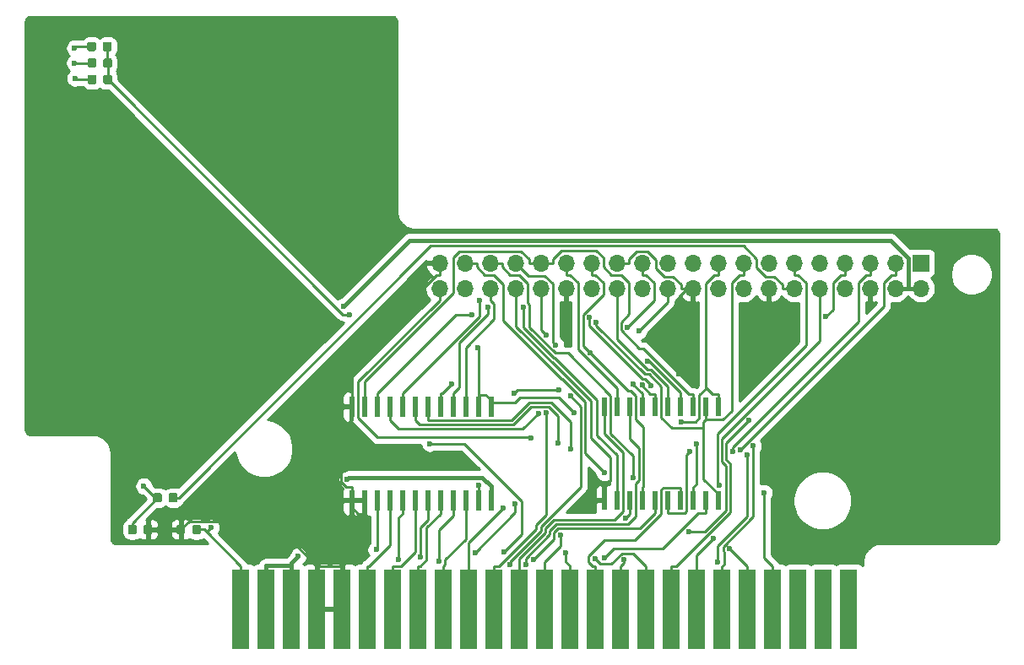
<source format=gbr>
G04 #@! TF.GenerationSoftware,KiCad,Pcbnew,5.1.5-52549c5~86~ubuntu18.04.1*
G04 #@! TF.CreationDate,2020-05-25T17:54:38+09:00*
G04 #@! TF.ProjectId,rpmpv1,72706d70-7631-42e6-9b69-6361645f7063,rev?*
G04 #@! TF.SameCoordinates,Original*
G04 #@! TF.FileFunction,Copper,L2,Bot*
G04 #@! TF.FilePolarity,Positive*
%FSLAX46Y46*%
G04 Gerber Fmt 4.6, Leading zero omitted, Abs format (unit mm)*
G04 Created by KiCad (PCBNEW 5.1.5-52549c5~86~ubuntu18.04.1) date 2020-05-25 17:54:38*
%MOMM*%
%LPD*%
G04 APERTURE LIST*
%ADD10R,0.600000X1.950000*%
%ADD11R,0.600000X2.000000*%
%ADD12R,1.800000X8.000000*%
%ADD13C,0.100000*%
%ADD14R,1.700000X1.700000*%
%ADD15O,1.700000X1.700000*%
%ADD16C,0.600000*%
%ADD17C,0.250000*%
%ADD18C,0.400000*%
%ADD19C,0.254000*%
G04 APERTURE END LIST*
D10*
X174879000Y-98871500D03*
X173609000Y-98871500D03*
X172339000Y-98871500D03*
X171069000Y-98871500D03*
X169799000Y-98871500D03*
X168529000Y-98871500D03*
X167259000Y-98871500D03*
X165989000Y-98871500D03*
X164719000Y-98871500D03*
X163449000Y-98871500D03*
X163449000Y-89471500D03*
X164719000Y-89471500D03*
X165989000Y-89471500D03*
X167259000Y-89471500D03*
X168529000Y-89471500D03*
X169799000Y-89471500D03*
X171069000Y-89471500D03*
X172339000Y-89471500D03*
X173609000Y-89471500D03*
X174879000Y-89471500D03*
D11*
X152083000Y-98869500D03*
X150813000Y-98869500D03*
X149543000Y-98869500D03*
X148273000Y-98869500D03*
X147003000Y-98869500D03*
X145733000Y-98869500D03*
X144463000Y-98869500D03*
X143193000Y-98869500D03*
X141923000Y-98869500D03*
X140653000Y-98869500D03*
X139383000Y-98869500D03*
X138113000Y-98869500D03*
X138113000Y-89469500D03*
X139383000Y-89469500D03*
X140653000Y-89469500D03*
X141923000Y-89469500D03*
X143193000Y-89469500D03*
X144463000Y-89469500D03*
X145733000Y-89469500D03*
X147003000Y-89469500D03*
X148273000Y-89469500D03*
X149543000Y-89469500D03*
X150813000Y-89469500D03*
X152083000Y-89469500D03*
D12*
X187972840Y-109799440D03*
X185432840Y-109799440D03*
X182892840Y-109799440D03*
X180352840Y-109799440D03*
X177812840Y-109799440D03*
X175272840Y-109799440D03*
X172732840Y-109799440D03*
X170192840Y-109799440D03*
X167652840Y-109799440D03*
X165112840Y-109799440D03*
X162572840Y-109799440D03*
X160032840Y-109799440D03*
X157492840Y-109799440D03*
X154952840Y-109799440D03*
X152412840Y-109799440D03*
X149872840Y-109799440D03*
X147332840Y-109799440D03*
X144792840Y-109799440D03*
X142252840Y-109799440D03*
X139712840Y-109799440D03*
X137172840Y-109799440D03*
X134632840Y-109799440D03*
X132092840Y-109799440D03*
X129552840Y-109799440D03*
X127012840Y-109799440D03*
G04 #@! TA.AperFunction,SMDPad,CuDef*
D13*
G36*
X117931691Y-101316053D02*
G01*
X117952926Y-101319203D01*
X117973750Y-101324419D01*
X117993962Y-101331651D01*
X118013368Y-101340830D01*
X118031781Y-101351866D01*
X118049024Y-101364654D01*
X118064930Y-101379070D01*
X118079346Y-101394976D01*
X118092134Y-101412219D01*
X118103170Y-101430632D01*
X118112349Y-101450038D01*
X118119581Y-101470250D01*
X118124797Y-101491074D01*
X118127947Y-101512309D01*
X118129000Y-101533750D01*
X118129000Y-102046250D01*
X118127947Y-102067691D01*
X118124797Y-102088926D01*
X118119581Y-102109750D01*
X118112349Y-102129962D01*
X118103170Y-102149368D01*
X118092134Y-102167781D01*
X118079346Y-102185024D01*
X118064930Y-102200930D01*
X118049024Y-102215346D01*
X118031781Y-102228134D01*
X118013368Y-102239170D01*
X117993962Y-102248349D01*
X117973750Y-102255581D01*
X117952926Y-102260797D01*
X117931691Y-102263947D01*
X117910250Y-102265000D01*
X117472750Y-102265000D01*
X117451309Y-102263947D01*
X117430074Y-102260797D01*
X117409250Y-102255581D01*
X117389038Y-102248349D01*
X117369632Y-102239170D01*
X117351219Y-102228134D01*
X117333976Y-102215346D01*
X117318070Y-102200930D01*
X117303654Y-102185024D01*
X117290866Y-102167781D01*
X117279830Y-102149368D01*
X117270651Y-102129962D01*
X117263419Y-102109750D01*
X117258203Y-102088926D01*
X117255053Y-102067691D01*
X117254000Y-102046250D01*
X117254000Y-101533750D01*
X117255053Y-101512309D01*
X117258203Y-101491074D01*
X117263419Y-101470250D01*
X117270651Y-101450038D01*
X117279830Y-101430632D01*
X117290866Y-101412219D01*
X117303654Y-101394976D01*
X117318070Y-101379070D01*
X117333976Y-101364654D01*
X117351219Y-101351866D01*
X117369632Y-101340830D01*
X117389038Y-101331651D01*
X117409250Y-101324419D01*
X117430074Y-101319203D01*
X117451309Y-101316053D01*
X117472750Y-101315000D01*
X117910250Y-101315000D01*
X117931691Y-101316053D01*
G37*
G04 #@! TD.AperFunction*
G04 #@! TA.AperFunction,SMDPad,CuDef*
G36*
X116356691Y-101316053D02*
G01*
X116377926Y-101319203D01*
X116398750Y-101324419D01*
X116418962Y-101331651D01*
X116438368Y-101340830D01*
X116456781Y-101351866D01*
X116474024Y-101364654D01*
X116489930Y-101379070D01*
X116504346Y-101394976D01*
X116517134Y-101412219D01*
X116528170Y-101430632D01*
X116537349Y-101450038D01*
X116544581Y-101470250D01*
X116549797Y-101491074D01*
X116552947Y-101512309D01*
X116554000Y-101533750D01*
X116554000Y-102046250D01*
X116552947Y-102067691D01*
X116549797Y-102088926D01*
X116544581Y-102109750D01*
X116537349Y-102129962D01*
X116528170Y-102149368D01*
X116517134Y-102167781D01*
X116504346Y-102185024D01*
X116489930Y-102200930D01*
X116474024Y-102215346D01*
X116456781Y-102228134D01*
X116438368Y-102239170D01*
X116418962Y-102248349D01*
X116398750Y-102255581D01*
X116377926Y-102260797D01*
X116356691Y-102263947D01*
X116335250Y-102265000D01*
X115897750Y-102265000D01*
X115876309Y-102263947D01*
X115855074Y-102260797D01*
X115834250Y-102255581D01*
X115814038Y-102248349D01*
X115794632Y-102239170D01*
X115776219Y-102228134D01*
X115758976Y-102215346D01*
X115743070Y-102200930D01*
X115728654Y-102185024D01*
X115715866Y-102167781D01*
X115704830Y-102149368D01*
X115695651Y-102129962D01*
X115688419Y-102109750D01*
X115683203Y-102088926D01*
X115680053Y-102067691D01*
X115679000Y-102046250D01*
X115679000Y-101533750D01*
X115680053Y-101512309D01*
X115683203Y-101491074D01*
X115688419Y-101470250D01*
X115695651Y-101450038D01*
X115704830Y-101430632D01*
X115715866Y-101412219D01*
X115728654Y-101394976D01*
X115743070Y-101379070D01*
X115758976Y-101364654D01*
X115776219Y-101351866D01*
X115794632Y-101340830D01*
X115814038Y-101331651D01*
X115834250Y-101324419D01*
X115855074Y-101319203D01*
X115876309Y-101316053D01*
X115897750Y-101315000D01*
X116335250Y-101315000D01*
X116356691Y-101316053D01*
G37*
G04 #@! TD.AperFunction*
G04 #@! TA.AperFunction,SMDPad,CuDef*
G36*
X112271691Y-52866053D02*
G01*
X112292926Y-52869203D01*
X112313750Y-52874419D01*
X112333962Y-52881651D01*
X112353368Y-52890830D01*
X112371781Y-52901866D01*
X112389024Y-52914654D01*
X112404930Y-52929070D01*
X112419346Y-52944976D01*
X112432134Y-52962219D01*
X112443170Y-52980632D01*
X112452349Y-53000038D01*
X112459581Y-53020250D01*
X112464797Y-53041074D01*
X112467947Y-53062309D01*
X112469000Y-53083750D01*
X112469000Y-53596250D01*
X112467947Y-53617691D01*
X112464797Y-53638926D01*
X112459581Y-53659750D01*
X112452349Y-53679962D01*
X112443170Y-53699368D01*
X112432134Y-53717781D01*
X112419346Y-53735024D01*
X112404930Y-53750930D01*
X112389024Y-53765346D01*
X112371781Y-53778134D01*
X112353368Y-53789170D01*
X112333962Y-53798349D01*
X112313750Y-53805581D01*
X112292926Y-53810797D01*
X112271691Y-53813947D01*
X112250250Y-53815000D01*
X111812750Y-53815000D01*
X111791309Y-53813947D01*
X111770074Y-53810797D01*
X111749250Y-53805581D01*
X111729038Y-53798349D01*
X111709632Y-53789170D01*
X111691219Y-53778134D01*
X111673976Y-53765346D01*
X111658070Y-53750930D01*
X111643654Y-53735024D01*
X111630866Y-53717781D01*
X111619830Y-53699368D01*
X111610651Y-53679962D01*
X111603419Y-53659750D01*
X111598203Y-53638926D01*
X111595053Y-53617691D01*
X111594000Y-53596250D01*
X111594000Y-53083750D01*
X111595053Y-53062309D01*
X111598203Y-53041074D01*
X111603419Y-53020250D01*
X111610651Y-53000038D01*
X111619830Y-52980632D01*
X111630866Y-52962219D01*
X111643654Y-52944976D01*
X111658070Y-52929070D01*
X111673976Y-52914654D01*
X111691219Y-52901866D01*
X111709632Y-52890830D01*
X111729038Y-52881651D01*
X111749250Y-52874419D01*
X111770074Y-52869203D01*
X111791309Y-52866053D01*
X111812750Y-52865000D01*
X112250250Y-52865000D01*
X112271691Y-52866053D01*
G37*
G04 #@! TD.AperFunction*
G04 #@! TA.AperFunction,SMDPad,CuDef*
G36*
X113846691Y-52866053D02*
G01*
X113867926Y-52869203D01*
X113888750Y-52874419D01*
X113908962Y-52881651D01*
X113928368Y-52890830D01*
X113946781Y-52901866D01*
X113964024Y-52914654D01*
X113979930Y-52929070D01*
X113994346Y-52944976D01*
X114007134Y-52962219D01*
X114018170Y-52980632D01*
X114027349Y-53000038D01*
X114034581Y-53020250D01*
X114039797Y-53041074D01*
X114042947Y-53062309D01*
X114044000Y-53083750D01*
X114044000Y-53596250D01*
X114042947Y-53617691D01*
X114039797Y-53638926D01*
X114034581Y-53659750D01*
X114027349Y-53679962D01*
X114018170Y-53699368D01*
X114007134Y-53717781D01*
X113994346Y-53735024D01*
X113979930Y-53750930D01*
X113964024Y-53765346D01*
X113946781Y-53778134D01*
X113928368Y-53789170D01*
X113908962Y-53798349D01*
X113888750Y-53805581D01*
X113867926Y-53810797D01*
X113846691Y-53813947D01*
X113825250Y-53815000D01*
X113387750Y-53815000D01*
X113366309Y-53813947D01*
X113345074Y-53810797D01*
X113324250Y-53805581D01*
X113304038Y-53798349D01*
X113284632Y-53789170D01*
X113266219Y-53778134D01*
X113248976Y-53765346D01*
X113233070Y-53750930D01*
X113218654Y-53735024D01*
X113205866Y-53717781D01*
X113194830Y-53699368D01*
X113185651Y-53679962D01*
X113178419Y-53659750D01*
X113173203Y-53638926D01*
X113170053Y-53617691D01*
X113169000Y-53596250D01*
X113169000Y-53083750D01*
X113170053Y-53062309D01*
X113173203Y-53041074D01*
X113178419Y-53020250D01*
X113185651Y-53000038D01*
X113194830Y-52980632D01*
X113205866Y-52962219D01*
X113218654Y-52944976D01*
X113233070Y-52929070D01*
X113248976Y-52914654D01*
X113266219Y-52901866D01*
X113284632Y-52890830D01*
X113304038Y-52881651D01*
X113324250Y-52874419D01*
X113345074Y-52869203D01*
X113366309Y-52866053D01*
X113387750Y-52865000D01*
X113825250Y-52865000D01*
X113846691Y-52866053D01*
G37*
G04 #@! TD.AperFunction*
G04 #@! TA.AperFunction,SMDPad,CuDef*
G36*
X113887691Y-54517053D02*
G01*
X113908926Y-54520203D01*
X113929750Y-54525419D01*
X113949962Y-54532651D01*
X113969368Y-54541830D01*
X113987781Y-54552866D01*
X114005024Y-54565654D01*
X114020930Y-54580070D01*
X114035346Y-54595976D01*
X114048134Y-54613219D01*
X114059170Y-54631632D01*
X114068349Y-54651038D01*
X114075581Y-54671250D01*
X114080797Y-54692074D01*
X114083947Y-54713309D01*
X114085000Y-54734750D01*
X114085000Y-55247250D01*
X114083947Y-55268691D01*
X114080797Y-55289926D01*
X114075581Y-55310750D01*
X114068349Y-55330962D01*
X114059170Y-55350368D01*
X114048134Y-55368781D01*
X114035346Y-55386024D01*
X114020930Y-55401930D01*
X114005024Y-55416346D01*
X113987781Y-55429134D01*
X113969368Y-55440170D01*
X113949962Y-55449349D01*
X113929750Y-55456581D01*
X113908926Y-55461797D01*
X113887691Y-55464947D01*
X113866250Y-55466000D01*
X113428750Y-55466000D01*
X113407309Y-55464947D01*
X113386074Y-55461797D01*
X113365250Y-55456581D01*
X113345038Y-55449349D01*
X113325632Y-55440170D01*
X113307219Y-55429134D01*
X113289976Y-55416346D01*
X113274070Y-55401930D01*
X113259654Y-55386024D01*
X113246866Y-55368781D01*
X113235830Y-55350368D01*
X113226651Y-55330962D01*
X113219419Y-55310750D01*
X113214203Y-55289926D01*
X113211053Y-55268691D01*
X113210000Y-55247250D01*
X113210000Y-54734750D01*
X113211053Y-54713309D01*
X113214203Y-54692074D01*
X113219419Y-54671250D01*
X113226651Y-54651038D01*
X113235830Y-54631632D01*
X113246866Y-54613219D01*
X113259654Y-54595976D01*
X113274070Y-54580070D01*
X113289976Y-54565654D01*
X113307219Y-54552866D01*
X113325632Y-54541830D01*
X113345038Y-54532651D01*
X113365250Y-54525419D01*
X113386074Y-54520203D01*
X113407309Y-54517053D01*
X113428750Y-54516000D01*
X113866250Y-54516000D01*
X113887691Y-54517053D01*
G37*
G04 #@! TD.AperFunction*
G04 #@! TA.AperFunction,SMDPad,CuDef*
G36*
X112312691Y-54517053D02*
G01*
X112333926Y-54520203D01*
X112354750Y-54525419D01*
X112374962Y-54532651D01*
X112394368Y-54541830D01*
X112412781Y-54552866D01*
X112430024Y-54565654D01*
X112445930Y-54580070D01*
X112460346Y-54595976D01*
X112473134Y-54613219D01*
X112484170Y-54631632D01*
X112493349Y-54651038D01*
X112500581Y-54671250D01*
X112505797Y-54692074D01*
X112508947Y-54713309D01*
X112510000Y-54734750D01*
X112510000Y-55247250D01*
X112508947Y-55268691D01*
X112505797Y-55289926D01*
X112500581Y-55310750D01*
X112493349Y-55330962D01*
X112484170Y-55350368D01*
X112473134Y-55368781D01*
X112460346Y-55386024D01*
X112445930Y-55401930D01*
X112430024Y-55416346D01*
X112412781Y-55429134D01*
X112394368Y-55440170D01*
X112374962Y-55449349D01*
X112354750Y-55456581D01*
X112333926Y-55461797D01*
X112312691Y-55464947D01*
X112291250Y-55466000D01*
X111853750Y-55466000D01*
X111832309Y-55464947D01*
X111811074Y-55461797D01*
X111790250Y-55456581D01*
X111770038Y-55449349D01*
X111750632Y-55440170D01*
X111732219Y-55429134D01*
X111714976Y-55416346D01*
X111699070Y-55401930D01*
X111684654Y-55386024D01*
X111671866Y-55368781D01*
X111660830Y-55350368D01*
X111651651Y-55330962D01*
X111644419Y-55310750D01*
X111639203Y-55289926D01*
X111636053Y-55268691D01*
X111635000Y-55247250D01*
X111635000Y-54734750D01*
X111636053Y-54713309D01*
X111639203Y-54692074D01*
X111644419Y-54671250D01*
X111651651Y-54651038D01*
X111660830Y-54631632D01*
X111671866Y-54613219D01*
X111684654Y-54595976D01*
X111699070Y-54580070D01*
X111714976Y-54565654D01*
X111732219Y-54552866D01*
X111750632Y-54541830D01*
X111770038Y-54532651D01*
X111790250Y-54525419D01*
X111811074Y-54520203D01*
X111832309Y-54517053D01*
X111853750Y-54516000D01*
X112291250Y-54516000D01*
X112312691Y-54517053D01*
G37*
G04 #@! TD.AperFunction*
G04 #@! TA.AperFunction,SMDPad,CuDef*
G36*
X112312691Y-56168053D02*
G01*
X112333926Y-56171203D01*
X112354750Y-56176419D01*
X112374962Y-56183651D01*
X112394368Y-56192830D01*
X112412781Y-56203866D01*
X112430024Y-56216654D01*
X112445930Y-56231070D01*
X112460346Y-56246976D01*
X112473134Y-56264219D01*
X112484170Y-56282632D01*
X112493349Y-56302038D01*
X112500581Y-56322250D01*
X112505797Y-56343074D01*
X112508947Y-56364309D01*
X112510000Y-56385750D01*
X112510000Y-56898250D01*
X112508947Y-56919691D01*
X112505797Y-56940926D01*
X112500581Y-56961750D01*
X112493349Y-56981962D01*
X112484170Y-57001368D01*
X112473134Y-57019781D01*
X112460346Y-57037024D01*
X112445930Y-57052930D01*
X112430024Y-57067346D01*
X112412781Y-57080134D01*
X112394368Y-57091170D01*
X112374962Y-57100349D01*
X112354750Y-57107581D01*
X112333926Y-57112797D01*
X112312691Y-57115947D01*
X112291250Y-57117000D01*
X111853750Y-57117000D01*
X111832309Y-57115947D01*
X111811074Y-57112797D01*
X111790250Y-57107581D01*
X111770038Y-57100349D01*
X111750632Y-57091170D01*
X111732219Y-57080134D01*
X111714976Y-57067346D01*
X111699070Y-57052930D01*
X111684654Y-57037024D01*
X111671866Y-57019781D01*
X111660830Y-57001368D01*
X111651651Y-56981962D01*
X111644419Y-56961750D01*
X111639203Y-56940926D01*
X111636053Y-56919691D01*
X111635000Y-56898250D01*
X111635000Y-56385750D01*
X111636053Y-56364309D01*
X111639203Y-56343074D01*
X111644419Y-56322250D01*
X111651651Y-56302038D01*
X111660830Y-56282632D01*
X111671866Y-56264219D01*
X111684654Y-56246976D01*
X111699070Y-56231070D01*
X111714976Y-56216654D01*
X111732219Y-56203866D01*
X111750632Y-56192830D01*
X111770038Y-56183651D01*
X111790250Y-56176419D01*
X111811074Y-56171203D01*
X111832309Y-56168053D01*
X111853750Y-56167000D01*
X112291250Y-56167000D01*
X112312691Y-56168053D01*
G37*
G04 #@! TD.AperFunction*
G04 #@! TA.AperFunction,SMDPad,CuDef*
G36*
X113887691Y-56168053D02*
G01*
X113908926Y-56171203D01*
X113929750Y-56176419D01*
X113949962Y-56183651D01*
X113969368Y-56192830D01*
X113987781Y-56203866D01*
X114005024Y-56216654D01*
X114020930Y-56231070D01*
X114035346Y-56246976D01*
X114048134Y-56264219D01*
X114059170Y-56282632D01*
X114068349Y-56302038D01*
X114075581Y-56322250D01*
X114080797Y-56343074D01*
X114083947Y-56364309D01*
X114085000Y-56385750D01*
X114085000Y-56898250D01*
X114083947Y-56919691D01*
X114080797Y-56940926D01*
X114075581Y-56961750D01*
X114068349Y-56981962D01*
X114059170Y-57001368D01*
X114048134Y-57019781D01*
X114035346Y-57037024D01*
X114020930Y-57052930D01*
X114005024Y-57067346D01*
X113987781Y-57080134D01*
X113969368Y-57091170D01*
X113949962Y-57100349D01*
X113929750Y-57107581D01*
X113908926Y-57112797D01*
X113887691Y-57115947D01*
X113866250Y-57117000D01*
X113428750Y-57117000D01*
X113407309Y-57115947D01*
X113386074Y-57112797D01*
X113365250Y-57107581D01*
X113345038Y-57100349D01*
X113325632Y-57091170D01*
X113307219Y-57080134D01*
X113289976Y-57067346D01*
X113274070Y-57052930D01*
X113259654Y-57037024D01*
X113246866Y-57019781D01*
X113235830Y-57001368D01*
X113226651Y-56981962D01*
X113219419Y-56961750D01*
X113214203Y-56940926D01*
X113211053Y-56919691D01*
X113210000Y-56898250D01*
X113210000Y-56385750D01*
X113211053Y-56364309D01*
X113214203Y-56343074D01*
X113219419Y-56322250D01*
X113226651Y-56302038D01*
X113235830Y-56282632D01*
X113246866Y-56264219D01*
X113259654Y-56246976D01*
X113274070Y-56231070D01*
X113289976Y-56216654D01*
X113307219Y-56203866D01*
X113325632Y-56192830D01*
X113345038Y-56183651D01*
X113365250Y-56176419D01*
X113386074Y-56171203D01*
X113407309Y-56168053D01*
X113428750Y-56167000D01*
X113866250Y-56167000D01*
X113887691Y-56168053D01*
G37*
G04 #@! TD.AperFunction*
G04 #@! TA.AperFunction,SMDPad,CuDef*
G36*
X120450691Y-98141553D02*
G01*
X120471926Y-98144703D01*
X120492750Y-98149919D01*
X120512962Y-98157151D01*
X120532368Y-98166330D01*
X120550781Y-98177366D01*
X120568024Y-98190154D01*
X120583930Y-98204570D01*
X120598346Y-98220476D01*
X120611134Y-98237719D01*
X120622170Y-98256132D01*
X120631349Y-98275538D01*
X120638581Y-98295750D01*
X120643797Y-98316574D01*
X120646947Y-98337809D01*
X120648000Y-98359250D01*
X120648000Y-98871750D01*
X120646947Y-98893191D01*
X120643797Y-98914426D01*
X120638581Y-98935250D01*
X120631349Y-98955462D01*
X120622170Y-98974868D01*
X120611134Y-98993281D01*
X120598346Y-99010524D01*
X120583930Y-99026430D01*
X120568024Y-99040846D01*
X120550781Y-99053634D01*
X120532368Y-99064670D01*
X120512962Y-99073849D01*
X120492750Y-99081081D01*
X120471926Y-99086297D01*
X120450691Y-99089447D01*
X120429250Y-99090500D01*
X119991750Y-99090500D01*
X119970309Y-99089447D01*
X119949074Y-99086297D01*
X119928250Y-99081081D01*
X119908038Y-99073849D01*
X119888632Y-99064670D01*
X119870219Y-99053634D01*
X119852976Y-99040846D01*
X119837070Y-99026430D01*
X119822654Y-99010524D01*
X119809866Y-98993281D01*
X119798830Y-98974868D01*
X119789651Y-98955462D01*
X119782419Y-98935250D01*
X119777203Y-98914426D01*
X119774053Y-98893191D01*
X119773000Y-98871750D01*
X119773000Y-98359250D01*
X119774053Y-98337809D01*
X119777203Y-98316574D01*
X119782419Y-98295750D01*
X119789651Y-98275538D01*
X119798830Y-98256132D01*
X119809866Y-98237719D01*
X119822654Y-98220476D01*
X119837070Y-98204570D01*
X119852976Y-98190154D01*
X119870219Y-98177366D01*
X119888632Y-98166330D01*
X119908038Y-98157151D01*
X119928250Y-98149919D01*
X119949074Y-98144703D01*
X119970309Y-98141553D01*
X119991750Y-98140500D01*
X120429250Y-98140500D01*
X120450691Y-98141553D01*
G37*
G04 #@! TD.AperFunction*
G04 #@! TA.AperFunction,SMDPad,CuDef*
G36*
X118875691Y-98141553D02*
G01*
X118896926Y-98144703D01*
X118917750Y-98149919D01*
X118937962Y-98157151D01*
X118957368Y-98166330D01*
X118975781Y-98177366D01*
X118993024Y-98190154D01*
X119008930Y-98204570D01*
X119023346Y-98220476D01*
X119036134Y-98237719D01*
X119047170Y-98256132D01*
X119056349Y-98275538D01*
X119063581Y-98295750D01*
X119068797Y-98316574D01*
X119071947Y-98337809D01*
X119073000Y-98359250D01*
X119073000Y-98871750D01*
X119071947Y-98893191D01*
X119068797Y-98914426D01*
X119063581Y-98935250D01*
X119056349Y-98955462D01*
X119047170Y-98974868D01*
X119036134Y-98993281D01*
X119023346Y-99010524D01*
X119008930Y-99026430D01*
X118993024Y-99040846D01*
X118975781Y-99053634D01*
X118957368Y-99064670D01*
X118937962Y-99073849D01*
X118917750Y-99081081D01*
X118896926Y-99086297D01*
X118875691Y-99089447D01*
X118854250Y-99090500D01*
X118416750Y-99090500D01*
X118395309Y-99089447D01*
X118374074Y-99086297D01*
X118353250Y-99081081D01*
X118333038Y-99073849D01*
X118313632Y-99064670D01*
X118295219Y-99053634D01*
X118277976Y-99040846D01*
X118262070Y-99026430D01*
X118247654Y-99010524D01*
X118234866Y-98993281D01*
X118223830Y-98974868D01*
X118214651Y-98955462D01*
X118207419Y-98935250D01*
X118202203Y-98914426D01*
X118199053Y-98893191D01*
X118198000Y-98871750D01*
X118198000Y-98359250D01*
X118199053Y-98337809D01*
X118202203Y-98316574D01*
X118207419Y-98295750D01*
X118214651Y-98275538D01*
X118223830Y-98256132D01*
X118234866Y-98237719D01*
X118247654Y-98220476D01*
X118262070Y-98204570D01*
X118277976Y-98190154D01*
X118295219Y-98177366D01*
X118313632Y-98166330D01*
X118333038Y-98157151D01*
X118353250Y-98149919D01*
X118374074Y-98144703D01*
X118395309Y-98141553D01*
X118416750Y-98140500D01*
X118854250Y-98140500D01*
X118875691Y-98141553D01*
G37*
G04 #@! TD.AperFunction*
G04 #@! TA.AperFunction,SMDPad,CuDef*
G36*
X121224691Y-101316053D02*
G01*
X121245926Y-101319203D01*
X121266750Y-101324419D01*
X121286962Y-101331651D01*
X121306368Y-101340830D01*
X121324781Y-101351866D01*
X121342024Y-101364654D01*
X121357930Y-101379070D01*
X121372346Y-101394976D01*
X121385134Y-101412219D01*
X121396170Y-101430632D01*
X121405349Y-101450038D01*
X121412581Y-101470250D01*
X121417797Y-101491074D01*
X121420947Y-101512309D01*
X121422000Y-101533750D01*
X121422000Y-102046250D01*
X121420947Y-102067691D01*
X121417797Y-102088926D01*
X121412581Y-102109750D01*
X121405349Y-102129962D01*
X121396170Y-102149368D01*
X121385134Y-102167781D01*
X121372346Y-102185024D01*
X121357930Y-102200930D01*
X121342024Y-102215346D01*
X121324781Y-102228134D01*
X121306368Y-102239170D01*
X121286962Y-102248349D01*
X121266750Y-102255581D01*
X121245926Y-102260797D01*
X121224691Y-102263947D01*
X121203250Y-102265000D01*
X120765750Y-102265000D01*
X120744309Y-102263947D01*
X120723074Y-102260797D01*
X120702250Y-102255581D01*
X120682038Y-102248349D01*
X120662632Y-102239170D01*
X120644219Y-102228134D01*
X120626976Y-102215346D01*
X120611070Y-102200930D01*
X120596654Y-102185024D01*
X120583866Y-102167781D01*
X120572830Y-102149368D01*
X120563651Y-102129962D01*
X120556419Y-102109750D01*
X120551203Y-102088926D01*
X120548053Y-102067691D01*
X120547000Y-102046250D01*
X120547000Y-101533750D01*
X120548053Y-101512309D01*
X120551203Y-101491074D01*
X120556419Y-101470250D01*
X120563651Y-101450038D01*
X120572830Y-101430632D01*
X120583866Y-101412219D01*
X120596654Y-101394976D01*
X120611070Y-101379070D01*
X120626976Y-101364654D01*
X120644219Y-101351866D01*
X120662632Y-101340830D01*
X120682038Y-101331651D01*
X120702250Y-101324419D01*
X120723074Y-101319203D01*
X120744309Y-101316053D01*
X120765750Y-101315000D01*
X121203250Y-101315000D01*
X121224691Y-101316053D01*
G37*
G04 #@! TD.AperFunction*
G04 #@! TA.AperFunction,SMDPad,CuDef*
G36*
X122799691Y-101316053D02*
G01*
X122820926Y-101319203D01*
X122841750Y-101324419D01*
X122861962Y-101331651D01*
X122881368Y-101340830D01*
X122899781Y-101351866D01*
X122917024Y-101364654D01*
X122932930Y-101379070D01*
X122947346Y-101394976D01*
X122960134Y-101412219D01*
X122971170Y-101430632D01*
X122980349Y-101450038D01*
X122987581Y-101470250D01*
X122992797Y-101491074D01*
X122995947Y-101512309D01*
X122997000Y-101533750D01*
X122997000Y-102046250D01*
X122995947Y-102067691D01*
X122992797Y-102088926D01*
X122987581Y-102109750D01*
X122980349Y-102129962D01*
X122971170Y-102149368D01*
X122960134Y-102167781D01*
X122947346Y-102185024D01*
X122932930Y-102200930D01*
X122917024Y-102215346D01*
X122899781Y-102228134D01*
X122881368Y-102239170D01*
X122861962Y-102248349D01*
X122841750Y-102255581D01*
X122820926Y-102260797D01*
X122799691Y-102263947D01*
X122778250Y-102265000D01*
X122340750Y-102265000D01*
X122319309Y-102263947D01*
X122298074Y-102260797D01*
X122277250Y-102255581D01*
X122257038Y-102248349D01*
X122237632Y-102239170D01*
X122219219Y-102228134D01*
X122201976Y-102215346D01*
X122186070Y-102200930D01*
X122171654Y-102185024D01*
X122158866Y-102167781D01*
X122147830Y-102149368D01*
X122138651Y-102129962D01*
X122131419Y-102109750D01*
X122126203Y-102088926D01*
X122123053Y-102067691D01*
X122122000Y-102046250D01*
X122122000Y-101533750D01*
X122123053Y-101512309D01*
X122126203Y-101491074D01*
X122131419Y-101470250D01*
X122138651Y-101450038D01*
X122147830Y-101430632D01*
X122158866Y-101412219D01*
X122171654Y-101394976D01*
X122186070Y-101379070D01*
X122201976Y-101364654D01*
X122219219Y-101351866D01*
X122237632Y-101340830D01*
X122257038Y-101331651D01*
X122277250Y-101324419D01*
X122298074Y-101319203D01*
X122319309Y-101316053D01*
X122340750Y-101315000D01*
X122778250Y-101315000D01*
X122799691Y-101316053D01*
G37*
G04 #@! TD.AperFunction*
D14*
X195199000Y-75057000D03*
D15*
X195199000Y-77597000D03*
X192659000Y-75057000D03*
X192659000Y-77597000D03*
X190119000Y-75057000D03*
X190119000Y-77597000D03*
X187579000Y-75057000D03*
X187579000Y-77597000D03*
X185039000Y-75057000D03*
X185039000Y-77597000D03*
X182499000Y-75057000D03*
X182499000Y-77597000D03*
X179959000Y-75057000D03*
X179959000Y-77597000D03*
X177419000Y-75057000D03*
X177419000Y-77597000D03*
X174879000Y-75057000D03*
X174879000Y-77597000D03*
X172339000Y-75057000D03*
X172339000Y-77597000D03*
X169799000Y-75057000D03*
X169799000Y-77597000D03*
X167259000Y-75057000D03*
X167259000Y-77597000D03*
X164719000Y-75057000D03*
X164719000Y-77597000D03*
X162179000Y-75057000D03*
X162179000Y-77597000D03*
X159639000Y-75057000D03*
X159639000Y-77597000D03*
X157099000Y-75057000D03*
X157099000Y-77597000D03*
X154559000Y-75057000D03*
X154559000Y-77597000D03*
X152019000Y-75057000D03*
X152019000Y-77597000D03*
X149479000Y-75057000D03*
X149479000Y-77597000D03*
X146939000Y-75057000D03*
X146939000Y-77597000D03*
D16*
X170888600Y-86200600D03*
X163802000Y-97218200D03*
X137343000Y-79371000D03*
X132760900Y-104461300D03*
X137684600Y-96779400D03*
X160102400Y-93732700D03*
X176326900Y-93981900D03*
X172062800Y-93981900D03*
X166358300Y-87222000D03*
X156836800Y-90125100D03*
X185679200Y-80444400D03*
X150186800Y-80247300D03*
X148176200Y-87161500D03*
X162060600Y-84080800D03*
X151774900Y-79500500D03*
X155327200Y-79500500D03*
X158795300Y-93104800D03*
X177127300Y-93810800D03*
X172738300Y-93236900D03*
X150933200Y-78784100D03*
X179481800Y-98091200D03*
X178378000Y-93406700D03*
X177752600Y-94317400D03*
X174809900Y-105027700D03*
X174403900Y-102683000D03*
X177952400Y-90863600D03*
X162497000Y-104727000D03*
X165431100Y-104840500D03*
X163480000Y-104633500D03*
X159537700Y-104156700D03*
X159054800Y-102337200D03*
X145955600Y-93176200D03*
X153398100Y-104071300D03*
X155597500Y-105281600D03*
X167278300Y-87296600D03*
X157637100Y-90114300D03*
X167792000Y-84926300D03*
X160045900Y-88405700D03*
X153953200Y-105286100D03*
X165591900Y-100626400D03*
X153297100Y-99632500D03*
X156372200Y-104817500D03*
X146866600Y-105007900D03*
X144993000Y-104578400D03*
X142837900Y-104814300D03*
X140568000Y-103822600D03*
X154535100Y-99200400D03*
X150497600Y-104106100D03*
X160417900Y-90115800D03*
X150733800Y-83521500D03*
X137874200Y-80220300D03*
X171196300Y-90973900D03*
X165779000Y-81519700D03*
X171936600Y-101997500D03*
X157589600Y-82270000D03*
X158594900Y-83275300D03*
X154411700Y-88135200D03*
X158932900Y-87779400D03*
X176029300Y-103746500D03*
X175000600Y-97373600D03*
X166321800Y-96614500D03*
X163456700Y-96101800D03*
X124016500Y-101603200D03*
X110353900Y-56509200D03*
X110324100Y-54991000D03*
X110329400Y-53497300D03*
X166920900Y-81873800D03*
X150834700Y-97340400D03*
X156140700Y-92628400D03*
X162619200Y-81000000D03*
X117269000Y-97435100D03*
X168125000Y-87334000D03*
X161974600Y-80512700D03*
D17*
X171751400Y-77597000D02*
X170888600Y-78459800D01*
X170888600Y-78459800D02*
X170888600Y-86200600D01*
X171751400Y-77597000D02*
X171163700Y-77597000D01*
X172339000Y-77597000D02*
X171751400Y-77597000D01*
X163802000Y-97218200D02*
X164082000Y-96938200D01*
X164082000Y-96938200D02*
X164082000Y-94533400D01*
X164082000Y-94533400D02*
X162131700Y-92583100D01*
X162131700Y-92583100D02*
X162131700Y-88930400D01*
X162131700Y-88930400D02*
X158656300Y-85455000D01*
X158656300Y-85455000D02*
X158616300Y-85455000D01*
X158616300Y-85455000D02*
X154559000Y-81397700D01*
X154559000Y-81397700D02*
X154559000Y-78772300D01*
X134632800Y-105474100D02*
X134632800Y-105448800D01*
X134632800Y-105448800D02*
X130154900Y-100970900D01*
X130154900Y-100970900D02*
X121803600Y-100970900D01*
X121803600Y-100970900D02*
X120984500Y-101790000D01*
X163802000Y-97218200D02*
X163449000Y-97571200D01*
X163449000Y-98871500D02*
X163449000Y-97571200D01*
X154559000Y-77597000D02*
X154559000Y-78772300D01*
X138113000Y-90794800D02*
X137059300Y-91848500D01*
X137059300Y-91848500D02*
X137059300Y-97038400D01*
X137059300Y-97038400D02*
X137565100Y-97544200D01*
X137565100Y-97544200D02*
X138113000Y-97544200D01*
X120984500Y-101790000D02*
X117691500Y-101790000D01*
X138775700Y-100194800D02*
X139383000Y-100194800D01*
X138113000Y-99532100D02*
X138775700Y-100194800D01*
X137172800Y-105474100D02*
X138775700Y-103871200D01*
X138775700Y-103871200D02*
X138775700Y-100194800D01*
X134632800Y-105474100D02*
X137172800Y-105474100D01*
X138113000Y-89469500D02*
X138113000Y-90794800D01*
X138113000Y-88806800D02*
X138113000Y-89469500D01*
X138113000Y-98869500D02*
X138113000Y-97544200D01*
X139383000Y-98869500D02*
X139383000Y-100194800D01*
X138113000Y-98869500D02*
X138113000Y-99532100D01*
X164719000Y-75057000D02*
X165894300Y-75057000D01*
X165894300Y-75057000D02*
X165894300Y-74689600D01*
X165894300Y-74689600D02*
X166702200Y-73881700D01*
X166702200Y-73881700D02*
X167748000Y-73881700D01*
X167748000Y-73881700D02*
X168623600Y-74757300D01*
X168623600Y-74757300D02*
X168623600Y-75582600D01*
X168623600Y-75582600D02*
X169462700Y-76421700D01*
X169462700Y-76421700D02*
X170355800Y-76421700D01*
X170355800Y-76421700D02*
X171163700Y-77229600D01*
X171163700Y-77229600D02*
X171163700Y-77597000D01*
X138113000Y-88806800D02*
X138113000Y-88144200D01*
X146939000Y-75327300D02*
X146939000Y-75057000D01*
X146939000Y-75327300D02*
X146939000Y-76232300D01*
X146939000Y-76232300D02*
X146609900Y-76232300D01*
X146609900Y-76232300D02*
X138113000Y-84729200D01*
X138113000Y-84729200D02*
X138113000Y-88144200D01*
X137172800Y-109799400D02*
X137172800Y-105474100D01*
X134632800Y-109799400D02*
X134632800Y-105474100D01*
D18*
X193948600Y-77597000D02*
X193948700Y-77597000D01*
X192659000Y-77597000D02*
X193948600Y-77597000D01*
X193948600Y-77597000D02*
X193948600Y-74571500D01*
X193948600Y-74571500D02*
X192182800Y-72805700D01*
X192182800Y-72805700D02*
X143908300Y-72805700D01*
X143908300Y-72805700D02*
X137343000Y-79371000D01*
X132760900Y-104461300D02*
X132092800Y-105129400D01*
X132092800Y-105129400D02*
X132092800Y-105399100D01*
X132092800Y-109799400D02*
X132092800Y-105399100D01*
X129552800Y-109799400D02*
X129552800Y-105399100D01*
X129552800Y-105399100D02*
X132092800Y-105399100D01*
X152083000Y-98869500D02*
X152083000Y-97469200D01*
X137684600Y-96779400D02*
X137853200Y-96610800D01*
X137853200Y-96610800D02*
X151224600Y-96610800D01*
X151224600Y-96610800D02*
X152083000Y-97469200D01*
X195199000Y-77597000D02*
X193948700Y-77597000D01*
D17*
X145733000Y-90794800D02*
X154135600Y-90794800D01*
X154135600Y-90794800D02*
X155896800Y-89033600D01*
X155896800Y-89033600D02*
X158157200Y-89033600D01*
X158157200Y-89033600D02*
X160102400Y-90978800D01*
X160102400Y-90978800D02*
X160102400Y-93732700D01*
X145733000Y-89469500D02*
X145733000Y-90794800D01*
X169799000Y-100171800D02*
X171511900Y-100171800D01*
X171511900Y-100171800D02*
X171713600Y-99970100D01*
X171713600Y-99970100D02*
X171713600Y-94331100D01*
X171713600Y-94331100D02*
X172062800Y-93981900D01*
X176326900Y-93981900D02*
X176326900Y-93511900D01*
X176326900Y-93511900D02*
X188943700Y-80895100D01*
X188943700Y-80895100D02*
X188943700Y-77040200D01*
X188943700Y-77040200D02*
X189751600Y-76232300D01*
X189751600Y-76232300D02*
X190119000Y-76232300D01*
X190119000Y-75057000D02*
X190119000Y-76232300D01*
X169799000Y-98871500D02*
X169799000Y-100171800D01*
X166358300Y-87222000D02*
X166358300Y-87260900D01*
X166358300Y-87260900D02*
X167259000Y-88161600D01*
X167259000Y-88161600D02*
X167259000Y-89471500D01*
X141923000Y-90794800D02*
X142823600Y-91695400D01*
X142823600Y-91695400D02*
X155266500Y-91695400D01*
X155266500Y-91695400D02*
X156836800Y-90125100D01*
X141923000Y-89469500D02*
X141923000Y-90794800D01*
X187579000Y-76232300D02*
X187211600Y-76232300D01*
X187211600Y-76232300D02*
X186403700Y-77040200D01*
X186403700Y-77040200D02*
X186403700Y-79719900D01*
X186403700Y-79719900D02*
X185679200Y-80444400D01*
X187579000Y-75057000D02*
X187579000Y-76232300D01*
X158274300Y-75057000D02*
X158274300Y-74689700D01*
X158274300Y-74689700D02*
X159154900Y-73809100D01*
X159154900Y-73809100D02*
X162655700Y-73809100D01*
X162655700Y-73809100D02*
X163373000Y-74526400D01*
X163373000Y-74526400D02*
X163373000Y-75435200D01*
X163373000Y-75435200D02*
X164170200Y-76232400D01*
X164170200Y-76232400D02*
X165122000Y-76232400D01*
X165122000Y-76232400D02*
X165917700Y-77028100D01*
X165917700Y-77028100D02*
X165917700Y-80208200D01*
X165917700Y-80208200D02*
X165153700Y-80972200D01*
X165153700Y-80972200D02*
X165153700Y-81778700D01*
X165153700Y-81778700D02*
X166976200Y-83601200D01*
X166976200Y-83601200D02*
X167361100Y-83601200D01*
X167361100Y-83601200D02*
X171931100Y-88171200D01*
X171931100Y-88171200D02*
X172339000Y-88171200D01*
X157099000Y-75057000D02*
X155923700Y-75057000D01*
X157099000Y-75057000D02*
X158274300Y-75057000D01*
X155923700Y-75057000D02*
X155923700Y-74689700D01*
X155923700Y-74689700D02*
X155108200Y-73874200D01*
X155108200Y-73874200D02*
X148929600Y-73874200D01*
X148929600Y-73874200D02*
X148303600Y-74500200D01*
X148303600Y-74500200D02*
X148303600Y-78044600D01*
X148303600Y-78044600D02*
X139383000Y-86965200D01*
X139383000Y-86965200D02*
X139383000Y-89469500D01*
X172339000Y-89471500D02*
X172339000Y-88171200D01*
X164719000Y-78772300D02*
X164703400Y-78787900D01*
X164703400Y-78787900D02*
X164703400Y-82723900D01*
X164703400Y-82723900D02*
X167750100Y-85770600D01*
X167750100Y-85770600D02*
X168126700Y-85770600D01*
X168126700Y-85770600D02*
X169799000Y-87442900D01*
X169799000Y-87442900D02*
X169799000Y-88171200D01*
X169799000Y-89471500D02*
X169799000Y-88171200D01*
X164719000Y-77597000D02*
X164719000Y-78772300D01*
X140653000Y-88144200D02*
X148549900Y-80247300D01*
X148549900Y-80247300D02*
X150186800Y-80247300D01*
X140653000Y-89469500D02*
X140653000Y-88144200D01*
X162179000Y-76232300D02*
X162546300Y-76232300D01*
X162546300Y-76232300D02*
X163373200Y-77059200D01*
X163373200Y-77059200D02*
X163373200Y-78229800D01*
X163373200Y-78229800D02*
X161337400Y-80265600D01*
X161337400Y-80265600D02*
X161337400Y-83357600D01*
X161337400Y-83357600D02*
X162060600Y-84080800D01*
X147003000Y-88144200D02*
X147193500Y-88144200D01*
X147193500Y-88144200D02*
X148176200Y-87161500D01*
X162060600Y-84080800D02*
X165827100Y-87847300D01*
X165827100Y-87847300D02*
X166105800Y-87847300D01*
X166105800Y-87847300D02*
X166614400Y-88355900D01*
X166614400Y-88355900D02*
X166614400Y-90771900D01*
X166614400Y-90771900D02*
X167397400Y-91554900D01*
X167397400Y-91554900D02*
X167397400Y-97432800D01*
X167397400Y-97432800D02*
X167259000Y-97571200D01*
X147003000Y-89469500D02*
X147003000Y-88144200D01*
X167259000Y-98871500D02*
X167259000Y-97571200D01*
X162179000Y-75057000D02*
X162179000Y-76232300D01*
X164719000Y-98871500D02*
X164719000Y-94341400D01*
X164719000Y-94341400D02*
X162732200Y-92354600D01*
X162732200Y-92354600D02*
X162732200Y-88846000D01*
X162732200Y-88846000D02*
X158440500Y-84554300D01*
X158440500Y-84554300D02*
X158352500Y-84554300D01*
X158352500Y-84554300D02*
X155327200Y-81529000D01*
X155327200Y-81529000D02*
X155327200Y-79500500D01*
X148273000Y-88144200D02*
X148898300Y-87518900D01*
X148898300Y-87518900D02*
X148898300Y-83075800D01*
X148898300Y-83075800D02*
X151774900Y-80199200D01*
X151774900Y-80199200D02*
X151774900Y-79500500D01*
X148273000Y-89469500D02*
X148273000Y-88144200D01*
X144463000Y-90794800D02*
X144913300Y-91245100D01*
X144913300Y-91245100D02*
X154322300Y-91245100D01*
X154322300Y-91245100D02*
X156078400Y-89489000D01*
X156078400Y-89489000D02*
X157903700Y-89489000D01*
X157903700Y-89489000D02*
X158795300Y-90380600D01*
X158795300Y-90380600D02*
X158795300Y-93104800D01*
X144463000Y-89469500D02*
X144463000Y-90794800D01*
X172339000Y-97571200D02*
X172738300Y-97171900D01*
X172738300Y-97171900D02*
X172738300Y-93236900D01*
X177127300Y-93810800D02*
X177127300Y-93772400D01*
X177127300Y-93772400D02*
X191483700Y-79416000D01*
X191483700Y-79416000D02*
X191483700Y-77040200D01*
X191483700Y-77040200D02*
X192291600Y-76232300D01*
X192291600Y-76232300D02*
X192659000Y-76232300D01*
X192659000Y-75057000D02*
X192659000Y-76232300D01*
X172339000Y-98871500D02*
X172339000Y-97571200D01*
X159639000Y-75057000D02*
X159639000Y-76232300D01*
X159639000Y-76232300D02*
X160006400Y-76232300D01*
X160006400Y-76232300D02*
X160814300Y-77040200D01*
X160814300Y-77040200D02*
X160814300Y-83736100D01*
X160814300Y-83736100D02*
X164719000Y-87640800D01*
X164719000Y-87640800D02*
X164719000Y-89471500D01*
X143193000Y-89469500D02*
X143193000Y-88144200D01*
X143193000Y-88144200D02*
X150933200Y-80404000D01*
X150933200Y-80404000D02*
X150933200Y-78784100D01*
X180352800Y-105474100D02*
X179481800Y-104603100D01*
X179481800Y-104603100D02*
X179481800Y-98091200D01*
X180352800Y-109799400D02*
X180352800Y-105474100D01*
X175272800Y-105474100D02*
X175450100Y-105296800D01*
X175450100Y-105296800D02*
X175450100Y-104051600D01*
X175450100Y-104051600D02*
X175390900Y-103992400D01*
X175390900Y-103992400D02*
X175390900Y-103500300D01*
X175390900Y-103500300D02*
X178378000Y-100513200D01*
X178378000Y-100513200D02*
X178378000Y-93406700D01*
X175272800Y-109799400D02*
X175272800Y-105474100D01*
X174809900Y-105027700D02*
X174809900Y-103444400D01*
X174809900Y-103444400D02*
X177752600Y-100501700D01*
X177752600Y-100501700D02*
X177752600Y-94317400D01*
X172732800Y-105474100D02*
X172732800Y-104354100D01*
X172732800Y-104354100D02*
X174403900Y-102683000D01*
X172732800Y-109799400D02*
X172732800Y-105474100D01*
X170192800Y-105474100D02*
X170691200Y-105474100D01*
X170691200Y-105474100D02*
X176085200Y-100080100D01*
X176085200Y-100080100D02*
X176085200Y-95193600D01*
X176085200Y-95193600D02*
X175687200Y-94795600D01*
X175687200Y-94795600D02*
X175687200Y-93128800D01*
X175687200Y-93128800D02*
X177952400Y-90863600D01*
X170192800Y-109799400D02*
X170192800Y-105474100D01*
X162497000Y-104727000D02*
X163028800Y-105258800D01*
X163028800Y-105258800D02*
X164128500Y-105258800D01*
X164128500Y-105258800D02*
X165206000Y-104181300D01*
X165206000Y-104181300D02*
X166360000Y-104181300D01*
X166360000Y-104181300D02*
X167652800Y-105474100D01*
X167652800Y-109799400D02*
X167652800Y-105474100D01*
X165112800Y-105474100D02*
X165431100Y-105155800D01*
X165431100Y-105155800D02*
X165431100Y-104840500D01*
X165112800Y-109799400D02*
X165112800Y-105474100D01*
X171069000Y-98871500D02*
X171069000Y-97571200D01*
X162572800Y-109799400D02*
X162572800Y-105474100D01*
X162572800Y-105474100D02*
X162308100Y-105474100D01*
X162308100Y-105474100D02*
X161867300Y-105033300D01*
X161867300Y-105033300D02*
X161867300Y-104458200D01*
X161867300Y-104458200D02*
X163465200Y-102860300D01*
X163465200Y-102860300D02*
X166485900Y-102860300D01*
X166485900Y-102860300D02*
X169154400Y-100191800D01*
X169154400Y-100191800D02*
X169154400Y-97772900D01*
X169154400Y-97772900D02*
X169356100Y-97571200D01*
X169356100Y-97571200D02*
X171069000Y-97571200D01*
X163480000Y-104633500D02*
X164423500Y-103690000D01*
X164423500Y-103690000D02*
X169316200Y-103690000D01*
X169316200Y-103690000D02*
X172834400Y-100171800D01*
X172834400Y-100171800D02*
X173609000Y-100171800D01*
X173609000Y-98871500D02*
X173609000Y-100171800D01*
X160032800Y-109799400D02*
X160032800Y-105474100D01*
X160032800Y-105474100D02*
X159537700Y-104979000D01*
X159537700Y-104979000D02*
X159537700Y-104156700D01*
X159054800Y-102337200D02*
X159054800Y-103482000D01*
X159054800Y-103482000D02*
X157492800Y-105044000D01*
X157492800Y-105044000D02*
X157492800Y-105474100D01*
X157492800Y-109799400D02*
X157492800Y-105474100D01*
X145955600Y-93176200D02*
X149433000Y-93176200D01*
X149433000Y-93176200D02*
X155214000Y-98957200D01*
X155214000Y-98957200D02*
X155214000Y-102255400D01*
X155214000Y-102255400D02*
X153398100Y-104071300D01*
X154952800Y-105474100D02*
X154952800Y-104686900D01*
X154952800Y-104686900D02*
X157528900Y-102110800D01*
X157528900Y-102110800D02*
X157528900Y-101705000D01*
X157528900Y-101705000D02*
X158422600Y-100811300D01*
X158422600Y-100811300D02*
X164520500Y-100811300D01*
X164520500Y-100811300D02*
X165353900Y-99977900D01*
X165353900Y-99977900D02*
X165353900Y-94093900D01*
X165353900Y-94093900D02*
X163449000Y-92189000D01*
X163449000Y-92189000D02*
X163449000Y-89471500D01*
X154952800Y-109799400D02*
X154952800Y-105474100D01*
X155597500Y-105281600D02*
X155597500Y-104679100D01*
X155597500Y-104679100D02*
X157979200Y-102297400D01*
X157979200Y-102297400D02*
X157979200Y-101891600D01*
X157979200Y-101891600D02*
X158609200Y-101261600D01*
X158609200Y-101261600D02*
X165863900Y-101261600D01*
X165863900Y-101261600D02*
X166614400Y-100511100D01*
X166614400Y-100511100D02*
X166614400Y-97206300D01*
X166614400Y-97206300D02*
X166947100Y-96873600D01*
X166947100Y-96873600D02*
X166947100Y-93624700D01*
X166947100Y-93624700D02*
X165989000Y-92666600D01*
X165989000Y-92666600D02*
X165989000Y-89471500D01*
X167278300Y-87296600D02*
X167278300Y-87380500D01*
X167278300Y-87380500D02*
X168069000Y-88171200D01*
X168069000Y-88171200D02*
X168529000Y-88171200D01*
X152412800Y-105474100D02*
X152880700Y-105474100D01*
X152880700Y-105474100D02*
X156628300Y-101726500D01*
X156628300Y-101726500D02*
X156628300Y-101331800D01*
X156628300Y-101331800D02*
X157637100Y-100323000D01*
X157637100Y-100323000D02*
X157637100Y-90114300D01*
X168529000Y-89471500D02*
X168529000Y-88171200D01*
X152412800Y-109799400D02*
X152412800Y-105474100D01*
X171069000Y-88171200D02*
X171069000Y-88076000D01*
X171069000Y-88076000D02*
X167919300Y-84926300D01*
X167919300Y-84926300D02*
X167792000Y-84926300D01*
X153953200Y-105286100D02*
X153953200Y-105049600D01*
X153953200Y-105049600D02*
X157078600Y-101924200D01*
X157078600Y-101924200D02*
X157078600Y-101518400D01*
X157078600Y-101518400D02*
X161082900Y-97514100D01*
X161082900Y-97514100D02*
X161082900Y-89442700D01*
X161082900Y-89442700D02*
X160045900Y-88405700D01*
X171069000Y-89471500D02*
X171069000Y-88171200D01*
X153297100Y-99632500D02*
X149798700Y-103130900D01*
X149798700Y-103130900D02*
X149798700Y-105400000D01*
X149798700Y-105400000D02*
X149872800Y-105474100D01*
X149872800Y-109799400D02*
X149872800Y-105474100D01*
X165591900Y-100626400D02*
X165989000Y-100229300D01*
X165989000Y-100229300D02*
X165989000Y-98871500D01*
X168529000Y-100171800D02*
X166988900Y-101711900D01*
X166988900Y-101711900D02*
X158795800Y-101711900D01*
X158795800Y-101711900D02*
X158429500Y-102078200D01*
X158429500Y-102078200D02*
X158429500Y-102760200D01*
X158429500Y-102760200D02*
X156372200Y-104817500D01*
X168529000Y-98871500D02*
X168529000Y-100171800D01*
X147332800Y-109799400D02*
X147332800Y-105474100D01*
X147332800Y-105474100D02*
X147492000Y-105314900D01*
X147492000Y-105314900D02*
X147492000Y-104800700D01*
X147492000Y-104800700D02*
X149543000Y-102749700D01*
X149543000Y-102749700D02*
X149543000Y-98869500D01*
X148273000Y-98869500D02*
X148273000Y-100419900D01*
X148273000Y-100419900D02*
X146866600Y-101826300D01*
X146866600Y-101826300D02*
X146866600Y-105007900D01*
X144792800Y-105474100D02*
X144981700Y-105474100D01*
X144981700Y-105474100D02*
X145618300Y-104837500D01*
X145618300Y-104837500D02*
X145618300Y-101579500D01*
X145618300Y-101579500D02*
X147003000Y-100194800D01*
X147003000Y-98869500D02*
X147003000Y-100194800D01*
X144792800Y-109799400D02*
X144792800Y-105474100D01*
X145733000Y-98869500D02*
X145733000Y-100827900D01*
X145733000Y-100827900D02*
X144993000Y-101567900D01*
X144993000Y-101567900D02*
X144993000Y-104578400D01*
X142252800Y-109799400D02*
X142252800Y-105474100D01*
X142252800Y-105474100D02*
X143067300Y-105474100D01*
X143067300Y-105474100D02*
X144463000Y-104078400D01*
X144463000Y-104078400D02*
X144463000Y-98869500D01*
X143193000Y-98869500D02*
X143193000Y-100194800D01*
X142837900Y-104814300D02*
X142837900Y-100549900D01*
X142837900Y-100549900D02*
X143193000Y-100194800D01*
X139712800Y-105474100D02*
X139812700Y-105474100D01*
X139812700Y-105474100D02*
X141923000Y-103363800D01*
X141923000Y-103363800D02*
X141923000Y-100194800D01*
X141923000Y-98869500D02*
X141923000Y-100194800D01*
X139712800Y-109799400D02*
X139712800Y-105474100D01*
X140568000Y-103822600D02*
X140653000Y-103737600D01*
X140653000Y-103737600D02*
X140653000Y-98869500D01*
X150497600Y-104106100D02*
X154535100Y-100068600D01*
X154535100Y-100068600D02*
X154535100Y-99200400D01*
X152083000Y-89075900D02*
X154468100Y-89075900D01*
X154468100Y-89075900D02*
X154960800Y-88583200D01*
X154960800Y-88583200D02*
X158885300Y-88583200D01*
X158885300Y-88583200D02*
X160417900Y-90115800D01*
X152083000Y-89075900D02*
X152083000Y-88806800D01*
X152083000Y-89469500D02*
X152083000Y-89075900D01*
X113647500Y-54991000D02*
X113647500Y-56642000D01*
X113606500Y-53340000D02*
X113606500Y-54950000D01*
X113606500Y-54950000D02*
X113647500Y-54991000D01*
X113647500Y-56642000D02*
X137225800Y-80220300D01*
X137225800Y-80220300D02*
X137874200Y-80220300D01*
X150813000Y-88256800D02*
X150813000Y-83600700D01*
X150813000Y-83600700D02*
X150733800Y-83521500D01*
X152083000Y-88806800D02*
X151533000Y-88256800D01*
X151533000Y-88256800D02*
X150813000Y-88256800D01*
X150813000Y-89469500D02*
X150813000Y-88256800D01*
X173734600Y-87580800D02*
X174324900Y-88171200D01*
X174324900Y-88171200D02*
X174879000Y-88171200D01*
X174879000Y-76232300D02*
X174511600Y-76232300D01*
X174511600Y-76232300D02*
X173650200Y-77093700D01*
X173650200Y-77093700D02*
X173650200Y-87496500D01*
X173650200Y-87496500D02*
X173734600Y-87580800D01*
X171196300Y-90973900D02*
X172615700Y-90973900D01*
X172615700Y-90973900D02*
X172983600Y-90606000D01*
X172983600Y-90606000D02*
X172983600Y-88331800D01*
X172983600Y-88331800D02*
X173734600Y-87580800D01*
X174879000Y-89471500D02*
X174879000Y-88171200D01*
X174879000Y-75057000D02*
X174879000Y-76232300D01*
X167259000Y-75057000D02*
X167259000Y-76232300D01*
X167259000Y-76232300D02*
X167626300Y-76232300D01*
X167626300Y-76232300D02*
X168449600Y-77055600D01*
X168449600Y-77055600D02*
X168449600Y-78849100D01*
X168449600Y-78849100D02*
X165779000Y-81519700D01*
X171936600Y-101997500D02*
X173525800Y-101997500D01*
X173525800Y-101997500D02*
X175634900Y-99888400D01*
X175634900Y-99888400D02*
X175634900Y-95380200D01*
X175634900Y-95380200D02*
X175236900Y-94982200D01*
X175236900Y-94982200D02*
X175236900Y-92691200D01*
X175236900Y-92691200D02*
X185039000Y-82889100D01*
X185039000Y-82889100D02*
X185039000Y-77597000D01*
X157589600Y-82270000D02*
X157099000Y-81779400D01*
X157099000Y-81779400D02*
X157099000Y-78772300D01*
X157099000Y-77597000D02*
X157099000Y-78772300D01*
X158594900Y-83275300D02*
X158289000Y-82969400D01*
X158289000Y-82969400D02*
X158289000Y-77122200D01*
X158289000Y-77122200D02*
X157493800Y-76327000D01*
X157493800Y-76327000D02*
X155829000Y-76327000D01*
X155829000Y-76327000D02*
X154559000Y-75057000D01*
X154411700Y-88135200D02*
X154767500Y-87779400D01*
X154767500Y-87779400D02*
X158932900Y-87779400D01*
X177812800Y-105474100D02*
X177756900Y-105474100D01*
X177756900Y-105474100D02*
X176029300Y-103746500D01*
X177812800Y-109799400D02*
X177812800Y-105474100D01*
X182499000Y-75057000D02*
X182499000Y-76232300D01*
X182499000Y-76232300D02*
X182866300Y-76232300D01*
X182866300Y-76232300D02*
X183689600Y-77055600D01*
X183689600Y-77055600D02*
X183689600Y-83263800D01*
X183689600Y-83263800D02*
X174781000Y-92172400D01*
X174781000Y-92172400D02*
X174781000Y-97154000D01*
X174781000Y-97154000D02*
X175000600Y-97373600D01*
X182499000Y-77597000D02*
X181323700Y-77597000D01*
X181323700Y-77597000D02*
X181323700Y-77229600D01*
X181323700Y-77229600D02*
X180515800Y-76421700D01*
X180515800Y-76421700D02*
X179622700Y-76421700D01*
X179622700Y-76421700D02*
X178689000Y-75488000D01*
X178689000Y-75488000D02*
X178689000Y-74624800D01*
X178689000Y-74624800D02*
X177416200Y-73352000D01*
X177416200Y-73352000D02*
X146030700Y-73352000D01*
X146030700Y-73352000D02*
X120767200Y-98615500D01*
X120767200Y-98615500D02*
X120210500Y-98615500D01*
X153194300Y-75057000D02*
X153194300Y-75424400D01*
X153194300Y-75424400D02*
X154002200Y-76232300D01*
X154002200Y-76232300D02*
X154903700Y-76232300D01*
X154903700Y-76232300D02*
X155762000Y-77090600D01*
X155762000Y-77090600D02*
X155762000Y-79050900D01*
X155762000Y-79050900D02*
X155952500Y-79241400D01*
X155952500Y-79241400D02*
X155952500Y-81517400D01*
X155952500Y-81517400D02*
X158539100Y-84104000D01*
X158539100Y-84104000D02*
X159829900Y-84104000D01*
X159829900Y-84104000D02*
X164074400Y-88348500D01*
X164074400Y-88348500D02*
X164074400Y-92177400D01*
X164074400Y-92177400D02*
X166321800Y-94424800D01*
X166321800Y-94424800D02*
X166321800Y-96614500D01*
X152019000Y-75057000D02*
X153194300Y-75057000D01*
X149479000Y-75057000D02*
X150654300Y-75057000D01*
X150654300Y-75057000D02*
X150654300Y-75424400D01*
X150654300Y-75424400D02*
X151462200Y-76232300D01*
X151462200Y-76232300D02*
X152338500Y-76232300D01*
X152338500Y-76232300D02*
X153289000Y-77182800D01*
X153289000Y-77182800D02*
X153289000Y-80844100D01*
X153289000Y-80844100D02*
X159128400Y-86683500D01*
X159128400Y-86683500D02*
X159247900Y-86683500D01*
X159247900Y-86683500D02*
X161533300Y-88968900D01*
X161533300Y-88968900D02*
X161533300Y-94178400D01*
X161533300Y-94178400D02*
X163456700Y-96101800D01*
X123579200Y-102040500D02*
X127012800Y-105474100D01*
X122559500Y-101790000D02*
X123328700Y-101790000D01*
X123328700Y-101790000D02*
X123579200Y-102040500D01*
X124016500Y-101603200D02*
X123579200Y-102040500D01*
X127012800Y-109799400D02*
X127012800Y-105474100D01*
X112072500Y-56642000D02*
X110486700Y-56642000D01*
X110486700Y-56642000D02*
X110353900Y-56509200D01*
X112072500Y-54991000D02*
X110324100Y-54991000D01*
X112031500Y-53340000D02*
X110486700Y-53340000D01*
X110486700Y-53340000D02*
X110329400Y-53497300D01*
X152019000Y-78772300D02*
X152400200Y-79153500D01*
X152400200Y-79153500D02*
X152400200Y-80716300D01*
X152400200Y-80716300D02*
X149543000Y-83573500D01*
X149543000Y-83573500D02*
X149543000Y-88144200D01*
X149543000Y-89469500D02*
X149543000Y-88144200D01*
X152019000Y-77597000D02*
X152019000Y-78772300D01*
X169799000Y-77597000D02*
X169799000Y-78995700D01*
X169799000Y-78995700D02*
X166920900Y-81873800D01*
X150813000Y-97544200D02*
X150813000Y-97362100D01*
X150813000Y-97362100D02*
X150834700Y-97340400D01*
X150813000Y-98869500D02*
X150813000Y-97544200D01*
X156140700Y-92628400D02*
X156063200Y-92550900D01*
X156063200Y-92550900D02*
X140693900Y-92550900D01*
X140693900Y-92550900D02*
X138757600Y-90614600D01*
X138757600Y-90614600D02*
X138757600Y-86953700D01*
X138757600Y-86953700D02*
X146939000Y-78772300D01*
X146939000Y-77597000D02*
X146939000Y-78772300D01*
X162619200Y-81000000D02*
X162619200Y-81326400D01*
X162619200Y-81326400D02*
X167513700Y-86220900D01*
X167513700Y-86220900D02*
X167930900Y-86220900D01*
X167930900Y-86220900D02*
X169154300Y-87444300D01*
X169154300Y-87444300D02*
X169154300Y-90572600D01*
X169154300Y-90572600D02*
X170211900Y-91630200D01*
X170211900Y-91630200D02*
X173373700Y-91630200D01*
X173373700Y-91630200D02*
X173373700Y-96736800D01*
X173373700Y-96736800D02*
X174879000Y-98242100D01*
X174879000Y-98242100D02*
X174879000Y-98871500D01*
X173609000Y-90771800D02*
X173373700Y-91007100D01*
X173373700Y-91007100D02*
X173373700Y-91630200D01*
X177419000Y-76232300D02*
X177051600Y-76232300D01*
X177051600Y-76232300D02*
X176243700Y-77040200D01*
X176243700Y-77040200D02*
X176243700Y-89867200D01*
X176243700Y-89867200D02*
X175339100Y-90771800D01*
X175339100Y-90771800D02*
X173609000Y-90771800D01*
X177419000Y-75057000D02*
X177419000Y-76232300D01*
X173609000Y-89471500D02*
X173609000Y-90771800D01*
X118542500Y-98708500D02*
X116116500Y-101134500D01*
X116116500Y-101134500D02*
X116116500Y-101790000D01*
X118635500Y-98615500D02*
X118542500Y-98708500D01*
X118542500Y-98708500D02*
X117269000Y-97435100D01*
X161974600Y-80512700D02*
X161974600Y-81345300D01*
X161974600Y-81345300D02*
X167300500Y-86671200D01*
X167300500Y-86671200D02*
X167547100Y-86671200D01*
X167547100Y-86671200D02*
X168125000Y-87249100D01*
X168125000Y-87249100D02*
X168125000Y-87334000D01*
D19*
G36*
X142283446Y-50378587D02*
G01*
X142363704Y-50402819D01*
X142437733Y-50442180D01*
X142502705Y-50495170D01*
X142556150Y-50559773D01*
X142596028Y-50633526D01*
X142620821Y-50713618D01*
X142633001Y-50829507D01*
X142633000Y-69884876D01*
X142635999Y-69915325D01*
X142635950Y-69922327D01*
X142636917Y-69932193D01*
X142660234Y-70154045D01*
X142673171Y-70217069D01*
X142685232Y-70280295D01*
X142688097Y-70289785D01*
X142754062Y-70502883D01*
X142778988Y-70562178D01*
X142803106Y-70621872D01*
X142807760Y-70630624D01*
X142913860Y-70826852D01*
X142949836Y-70880187D01*
X142985080Y-70934046D01*
X142991345Y-70941728D01*
X143133539Y-71113610D01*
X143179174Y-71158928D01*
X143224223Y-71204930D01*
X143231861Y-71211249D01*
X143404731Y-71352238D01*
X143458275Y-71387813D01*
X143511429Y-71424208D01*
X143520150Y-71428923D01*
X143717114Y-71533649D01*
X143776579Y-71558159D01*
X143835753Y-71583521D01*
X143845223Y-71586452D01*
X144058776Y-71650928D01*
X144121844Y-71663416D01*
X144184848Y-71676808D01*
X144194707Y-71677844D01*
X144416717Y-71699612D01*
X144416723Y-71699612D01*
X144451123Y-71703000D01*
X202530271Y-71703000D01*
X202648446Y-71714587D01*
X202728704Y-71738819D01*
X202802733Y-71778180D01*
X202867705Y-71831170D01*
X202921150Y-71895773D01*
X202961028Y-71969526D01*
X202985821Y-72049618D01*
X202998001Y-72165507D01*
X202998000Y-102708271D01*
X202986413Y-102826446D01*
X202962182Y-102906703D01*
X202922819Y-102980734D01*
X202869827Y-103045708D01*
X202805225Y-103099152D01*
X202731473Y-103139029D01*
X202651383Y-103163821D01*
X202535503Y-103176000D01*
X191189023Y-103176000D01*
X191158574Y-103178999D01*
X191151573Y-103178950D01*
X191141707Y-103179917D01*
X190919855Y-103203234D01*
X190856831Y-103216171D01*
X190793605Y-103228232D01*
X190784121Y-103231096D01*
X190784117Y-103231097D01*
X190784114Y-103231098D01*
X190784115Y-103231098D01*
X190571017Y-103297062D01*
X190511708Y-103321994D01*
X190452029Y-103346106D01*
X190443276Y-103350760D01*
X190247049Y-103456860D01*
X190193717Y-103492833D01*
X190139855Y-103528079D01*
X190132175Y-103534343D01*
X190132171Y-103534346D01*
X190132167Y-103534350D01*
X189960290Y-103676538D01*
X189914953Y-103722193D01*
X189868970Y-103767223D01*
X189862651Y-103774861D01*
X189721661Y-103947731D01*
X189686041Y-104001343D01*
X189649692Y-104054430D01*
X189644977Y-104063150D01*
X189540250Y-104260114D01*
X189515727Y-104319612D01*
X189490379Y-104378753D01*
X189487448Y-104388223D01*
X189422972Y-104601776D01*
X189410484Y-104664844D01*
X189397092Y-104727848D01*
X189396056Y-104737707D01*
X189374288Y-104959717D01*
X189374288Y-104959733D01*
X189370901Y-104994123D01*
X189370901Y-105405374D01*
X189324025Y-105348255D01*
X189227334Y-105268903D01*
X189117020Y-105209938D01*
X188997322Y-105173628D01*
X188872840Y-105161368D01*
X187072840Y-105161368D01*
X186948358Y-105173628D01*
X186828660Y-105209938D01*
X186718346Y-105268903D01*
X186702840Y-105281628D01*
X186687334Y-105268903D01*
X186577020Y-105209938D01*
X186457322Y-105173628D01*
X186332840Y-105161368D01*
X184532840Y-105161368D01*
X184408358Y-105173628D01*
X184288660Y-105209938D01*
X184178346Y-105268903D01*
X184162840Y-105281628D01*
X184147334Y-105268903D01*
X184037020Y-105209938D01*
X183917322Y-105173628D01*
X183792840Y-105161368D01*
X181992840Y-105161368D01*
X181868358Y-105173628D01*
X181748660Y-105209938D01*
X181638346Y-105268903D01*
X181622840Y-105281628D01*
X181607334Y-105268903D01*
X181497020Y-105209938D01*
X181377322Y-105173628D01*
X181252840Y-105161368D01*
X181047396Y-105161368D01*
X180987774Y-105049823D01*
X180916599Y-104963097D01*
X180892801Y-104934099D01*
X180863803Y-104910301D01*
X180241800Y-104288299D01*
X180241800Y-98636735D01*
X180264997Y-98602018D01*
X182370122Y-98602018D01*
X182370122Y-99187782D01*
X182484399Y-99762290D01*
X182708561Y-100303465D01*
X183033994Y-100790509D01*
X183448191Y-101204706D01*
X183935235Y-101530139D01*
X184476410Y-101754301D01*
X185050918Y-101868578D01*
X185636682Y-101868578D01*
X186211190Y-101754301D01*
X186752365Y-101530139D01*
X187239409Y-101204706D01*
X187653606Y-100790509D01*
X187979039Y-100303465D01*
X188203201Y-99762290D01*
X188317478Y-99187782D01*
X188317478Y-98602018D01*
X188203201Y-98027510D01*
X187979039Y-97486335D01*
X187653606Y-96999291D01*
X187239409Y-96585094D01*
X186752365Y-96259661D01*
X186211190Y-96035499D01*
X185636682Y-95921222D01*
X185050918Y-95921222D01*
X184476410Y-96035499D01*
X183935235Y-96259661D01*
X183448191Y-96585094D01*
X183033994Y-96999291D01*
X182708561Y-97486335D01*
X182484399Y-98027510D01*
X182370122Y-98602018D01*
X180264997Y-98602018D01*
X180310386Y-98534089D01*
X180380868Y-98363929D01*
X180416800Y-98183289D01*
X180416800Y-97999111D01*
X180380868Y-97818471D01*
X180310386Y-97648311D01*
X180208062Y-97495172D01*
X180077828Y-97364938D01*
X179924689Y-97262614D01*
X179754529Y-97192132D01*
X179573889Y-97156200D01*
X179389711Y-97156200D01*
X179209071Y-97192132D01*
X179138000Y-97221570D01*
X179138000Y-93952235D01*
X179206586Y-93849589D01*
X179277068Y-93679429D01*
X179313000Y-93498789D01*
X179313000Y-93314611D01*
X179277068Y-93133971D01*
X179206586Y-92963811D01*
X179128121Y-92846380D01*
X191994704Y-79979798D01*
X192023701Y-79956001D01*
X192118674Y-79840276D01*
X192189246Y-79708247D01*
X192232703Y-79564986D01*
X192243700Y-79453333D01*
X192243700Y-79453332D01*
X192247377Y-79416000D01*
X192243700Y-79378667D01*
X192243700Y-79028484D01*
X192512740Y-79082000D01*
X192805260Y-79082000D01*
X193092158Y-79024932D01*
X193362411Y-78912990D01*
X193605632Y-78750475D01*
X193812475Y-78543632D01*
X193887065Y-78432000D01*
X193907581Y-78432000D01*
X193948600Y-78436040D01*
X193972089Y-78433727D01*
X194045525Y-78543632D01*
X194252368Y-78750475D01*
X194495589Y-78912990D01*
X194765842Y-79024932D01*
X195052740Y-79082000D01*
X195345260Y-79082000D01*
X195632158Y-79024932D01*
X195902411Y-78912990D01*
X196145632Y-78750475D01*
X196352475Y-78543632D01*
X196514990Y-78300411D01*
X196626932Y-78030158D01*
X196684000Y-77743260D01*
X196684000Y-77450740D01*
X196626932Y-77163842D01*
X196514990Y-76893589D01*
X196352475Y-76650368D01*
X196220620Y-76518513D01*
X196293180Y-76496502D01*
X196403494Y-76437537D01*
X196500185Y-76358185D01*
X196579537Y-76261494D01*
X196638502Y-76151180D01*
X196674812Y-76031482D01*
X196678924Y-75989721D01*
X198144000Y-75989721D01*
X198144000Y-76410279D01*
X198226047Y-76822756D01*
X198386988Y-77211302D01*
X198620637Y-77560983D01*
X198918017Y-77858363D01*
X199267698Y-78092012D01*
X199656244Y-78252953D01*
X200068721Y-78335000D01*
X200489279Y-78335000D01*
X200901756Y-78252953D01*
X201290302Y-78092012D01*
X201639983Y-77858363D01*
X201937363Y-77560983D01*
X202171012Y-77211302D01*
X202331953Y-76822756D01*
X202414000Y-76410279D01*
X202414000Y-75989721D01*
X202331953Y-75577244D01*
X202171012Y-75188698D01*
X201937363Y-74839017D01*
X201639983Y-74541637D01*
X201290302Y-74307988D01*
X200901756Y-74147047D01*
X200489279Y-74065000D01*
X200068721Y-74065000D01*
X199656244Y-74147047D01*
X199267698Y-74307988D01*
X198918017Y-74541637D01*
X198620637Y-74839017D01*
X198386988Y-75188698D01*
X198226047Y-75577244D01*
X198144000Y-75989721D01*
X196678924Y-75989721D01*
X196687072Y-75907000D01*
X196687072Y-74207000D01*
X196674812Y-74082518D01*
X196638502Y-73962820D01*
X196579537Y-73852506D01*
X196500185Y-73755815D01*
X196403494Y-73676463D01*
X196293180Y-73617498D01*
X196173482Y-73581188D01*
X196049000Y-73568928D01*
X194349000Y-73568928D01*
X194224518Y-73581188D01*
X194159023Y-73601056D01*
X192802246Y-72244279D01*
X192776091Y-72212409D01*
X192648946Y-72108064D01*
X192503887Y-72030528D01*
X192346489Y-71982782D01*
X192223819Y-71970700D01*
X192223818Y-71970700D01*
X192182800Y-71966660D01*
X192141782Y-71970700D01*
X143949307Y-71970700D01*
X143908299Y-71966661D01*
X143867291Y-71970700D01*
X143867281Y-71970700D01*
X143744611Y-71982782D01*
X143587213Y-72030528D01*
X143442154Y-72108064D01*
X143315009Y-72212409D01*
X143288859Y-72244273D01*
X137054788Y-78478345D01*
X136900111Y-78542414D01*
X136746972Y-78644738D01*
X136736006Y-78655704D01*
X114723072Y-56642771D01*
X114723072Y-56385750D01*
X114706608Y-56218592D01*
X114657850Y-56057858D01*
X114578671Y-55909725D01*
X114502164Y-55816500D01*
X114578671Y-55723275D01*
X114657850Y-55575142D01*
X114706608Y-55414408D01*
X114723072Y-55247250D01*
X114723072Y-54734750D01*
X114706608Y-54567592D01*
X114657850Y-54406858D01*
X114578671Y-54258725D01*
X114481664Y-54140520D01*
X114537671Y-54072275D01*
X114616850Y-53924142D01*
X114665608Y-53763408D01*
X114682072Y-53596250D01*
X114682072Y-53083750D01*
X114665608Y-52916592D01*
X114616850Y-52755858D01*
X114537671Y-52607725D01*
X114431115Y-52477885D01*
X114301275Y-52371329D01*
X114153142Y-52292150D01*
X113992408Y-52243392D01*
X113825250Y-52226928D01*
X113387750Y-52226928D01*
X113220592Y-52243392D01*
X113059858Y-52292150D01*
X112911725Y-52371329D01*
X112819000Y-52447426D01*
X112726275Y-52371329D01*
X112578142Y-52292150D01*
X112417408Y-52243392D01*
X112250250Y-52226928D01*
X111812750Y-52226928D01*
X111645592Y-52243392D01*
X111484858Y-52292150D01*
X111336725Y-52371329D01*
X111206885Y-52477885D01*
X111123082Y-52580000D01*
X110524025Y-52580000D01*
X110497181Y-52577356D01*
X110421489Y-52562300D01*
X110237311Y-52562300D01*
X110056671Y-52598232D01*
X109886511Y-52668714D01*
X109733372Y-52771038D01*
X109603138Y-52901272D01*
X109500814Y-53054411D01*
X109430332Y-53224571D01*
X109394400Y-53405211D01*
X109394400Y-53589389D01*
X109430332Y-53770029D01*
X109500814Y-53940189D01*
X109603138Y-54093328D01*
X109733372Y-54223562D01*
X109761534Y-54242379D01*
X109728072Y-54264738D01*
X109597838Y-54394972D01*
X109495514Y-54548111D01*
X109425032Y-54718271D01*
X109389100Y-54898911D01*
X109389100Y-55083089D01*
X109425032Y-55263729D01*
X109495514Y-55433889D01*
X109597838Y-55587028D01*
X109728072Y-55717262D01*
X109792118Y-55760056D01*
X109757872Y-55782938D01*
X109627638Y-55913172D01*
X109525314Y-56066311D01*
X109454832Y-56236471D01*
X109418900Y-56417111D01*
X109418900Y-56601289D01*
X109454832Y-56781929D01*
X109525314Y-56952089D01*
X109627638Y-57105228D01*
X109757872Y-57235462D01*
X109911011Y-57337786D01*
X110081171Y-57408268D01*
X110261811Y-57444200D01*
X110445989Y-57444200D01*
X110626629Y-57408268D01*
X110641761Y-57402000D01*
X111164082Y-57402000D01*
X111247885Y-57504115D01*
X111377725Y-57610671D01*
X111525858Y-57689850D01*
X111686592Y-57738608D01*
X111853750Y-57755072D01*
X112291250Y-57755072D01*
X112458408Y-57738608D01*
X112619142Y-57689850D01*
X112767275Y-57610671D01*
X112860000Y-57534574D01*
X112952725Y-57610671D01*
X113100858Y-57689850D01*
X113261592Y-57738608D01*
X113428750Y-57755072D01*
X113685771Y-57755072D01*
X136662001Y-80731303D01*
X136685799Y-80760301D01*
X136801524Y-80855274D01*
X136933553Y-80925846D01*
X137076814Y-80969303D01*
X137188467Y-80980300D01*
X137188475Y-80980300D01*
X137225800Y-80983976D01*
X137263125Y-80980300D01*
X137327598Y-80980300D01*
X120744181Y-97563718D01*
X120596408Y-97518892D01*
X120429250Y-97502428D01*
X119991750Y-97502428D01*
X119824592Y-97518892D01*
X119663858Y-97567650D01*
X119515725Y-97646829D01*
X119423000Y-97722926D01*
X119330275Y-97646829D01*
X119182142Y-97567650D01*
X119021408Y-97518892D01*
X118854250Y-97502428D01*
X118416750Y-97502428D01*
X118411677Y-97502928D01*
X118192145Y-97283413D01*
X118168068Y-97162371D01*
X118097586Y-96992211D01*
X117995262Y-96839072D01*
X117865028Y-96708838D01*
X117711889Y-96606514D01*
X117541729Y-96536032D01*
X117361089Y-96500100D01*
X117176911Y-96500100D01*
X116996271Y-96536032D01*
X116826111Y-96606514D01*
X116672972Y-96708838D01*
X116542738Y-96839072D01*
X116440414Y-96992211D01*
X116369932Y-97162371D01*
X116334000Y-97343011D01*
X116334000Y-97527189D01*
X116369932Y-97707829D01*
X116440414Y-97877989D01*
X116542738Y-98031128D01*
X116672972Y-98161362D01*
X116826111Y-98263686D01*
X116996271Y-98334168D01*
X117117389Y-98358260D01*
X117467677Y-98708521D01*
X115605503Y-100570696D01*
X115576499Y-100594499D01*
X115528017Y-100653575D01*
X115481526Y-100710224D01*
X115430628Y-100805447D01*
X115422304Y-100821019D01*
X115421725Y-100821329D01*
X115291885Y-100927885D01*
X115185329Y-101057725D01*
X115106150Y-101205858D01*
X115057392Y-101366592D01*
X115040928Y-101533750D01*
X115040928Y-102046250D01*
X115057392Y-102213408D01*
X115106150Y-102374142D01*
X115185329Y-102522275D01*
X115291885Y-102652115D01*
X115421725Y-102758671D01*
X115569858Y-102837850D01*
X115730592Y-102886608D01*
X115897750Y-102903072D01*
X116335250Y-102903072D01*
X116502408Y-102886608D01*
X116663142Y-102837850D01*
X116811275Y-102758671D01*
X116832930Y-102740900D01*
X116899506Y-102795537D01*
X117009820Y-102854502D01*
X117129518Y-102890812D01*
X117254000Y-102903072D01*
X117405750Y-102900000D01*
X117564500Y-102741250D01*
X117564500Y-101917000D01*
X117818500Y-101917000D01*
X117818500Y-102741250D01*
X117977250Y-102900000D01*
X118129000Y-102903072D01*
X118253482Y-102890812D01*
X118373180Y-102854502D01*
X118483494Y-102795537D01*
X118580185Y-102716185D01*
X118659537Y-102619494D01*
X118718502Y-102509180D01*
X118754812Y-102389482D01*
X118767072Y-102265000D01*
X119908928Y-102265000D01*
X119921188Y-102389482D01*
X119957498Y-102509180D01*
X120016463Y-102619494D01*
X120095815Y-102716185D01*
X120192506Y-102795537D01*
X120302820Y-102854502D01*
X120422518Y-102890812D01*
X120547000Y-102903072D01*
X120698750Y-102900000D01*
X120857500Y-102741250D01*
X120857500Y-101917000D01*
X120070750Y-101917000D01*
X119912000Y-102075750D01*
X119908928Y-102265000D01*
X118767072Y-102265000D01*
X118764000Y-102075750D01*
X118605250Y-101917000D01*
X117818500Y-101917000D01*
X117564500Y-101917000D01*
X117544500Y-101917000D01*
X117544500Y-101663000D01*
X117564500Y-101663000D01*
X117564500Y-100838750D01*
X117818500Y-100838750D01*
X117818500Y-101663000D01*
X118605250Y-101663000D01*
X118764000Y-101504250D01*
X118767072Y-101315000D01*
X119908928Y-101315000D01*
X119912000Y-101504250D01*
X120070750Y-101663000D01*
X120857500Y-101663000D01*
X120857500Y-100838750D01*
X120698750Y-100680000D01*
X120547000Y-100676928D01*
X120422518Y-100689188D01*
X120302820Y-100725498D01*
X120192506Y-100784463D01*
X120095815Y-100863815D01*
X120016463Y-100960506D01*
X119957498Y-101070820D01*
X119921188Y-101190518D01*
X119908928Y-101315000D01*
X118767072Y-101315000D01*
X118754812Y-101190518D01*
X118718502Y-101070820D01*
X118659537Y-100960506D01*
X118580185Y-100863815D01*
X118483494Y-100784463D01*
X118373180Y-100725498D01*
X118253482Y-100689188D01*
X118129000Y-100676928D01*
X117977250Y-100680000D01*
X117818500Y-100838750D01*
X117564500Y-100838750D01*
X117525776Y-100800026D01*
X118456302Y-99869500D01*
X137174928Y-99869500D01*
X137187188Y-99993982D01*
X137223498Y-100113680D01*
X137282463Y-100223994D01*
X137361815Y-100320685D01*
X137458506Y-100400037D01*
X137568820Y-100459002D01*
X137688518Y-100495312D01*
X137813000Y-100507572D01*
X137827250Y-100504500D01*
X137986000Y-100345750D01*
X137986000Y-98996500D01*
X138240000Y-98996500D01*
X138240000Y-100345750D01*
X138398750Y-100504500D01*
X138413000Y-100507572D01*
X138537482Y-100495312D01*
X138657180Y-100459002D01*
X138748000Y-100410457D01*
X138838820Y-100459002D01*
X138958518Y-100495312D01*
X139083000Y-100507572D01*
X139097250Y-100504500D01*
X139256000Y-100345750D01*
X139256000Y-98996500D01*
X138240000Y-98996500D01*
X137986000Y-98996500D01*
X137336750Y-98996500D01*
X137178000Y-99155250D01*
X137174928Y-99869500D01*
X118456302Y-99869500D01*
X118597230Y-99728572D01*
X118854250Y-99728572D01*
X119021408Y-99712108D01*
X119182142Y-99663350D01*
X119330275Y-99584171D01*
X119423000Y-99508074D01*
X119515725Y-99584171D01*
X119663858Y-99663350D01*
X119824592Y-99712108D01*
X119991750Y-99728572D01*
X120429250Y-99728572D01*
X120596408Y-99712108D01*
X120757142Y-99663350D01*
X120905275Y-99584171D01*
X121035115Y-99477615D01*
X121141671Y-99347775D01*
X121195402Y-99247252D01*
X121307201Y-99155501D01*
X121331004Y-99126497D01*
X126420349Y-94037152D01*
X126520794Y-94542126D01*
X126741554Y-95075088D01*
X127062048Y-95554741D01*
X127469959Y-95962652D01*
X127949612Y-96283146D01*
X128482574Y-96503906D01*
X129048363Y-96616448D01*
X129625237Y-96616448D01*
X130191026Y-96503906D01*
X130723988Y-96283146D01*
X131203641Y-95962652D01*
X131611552Y-95554741D01*
X131932046Y-95075088D01*
X132152806Y-94542126D01*
X132265348Y-93976337D01*
X132265348Y-93399463D01*
X132152806Y-92833674D01*
X131932046Y-92300712D01*
X131611552Y-91821059D01*
X131203641Y-91413148D01*
X130723988Y-91092654D01*
X130191026Y-90871894D01*
X129686052Y-90771449D01*
X129988001Y-90469500D01*
X137174928Y-90469500D01*
X137187188Y-90593982D01*
X137223498Y-90713680D01*
X137282463Y-90823994D01*
X137361815Y-90920685D01*
X137458506Y-91000037D01*
X137568820Y-91059002D01*
X137688518Y-91095312D01*
X137813000Y-91107572D01*
X137827250Y-91104500D01*
X137986000Y-90945750D01*
X137986000Y-89596500D01*
X137336750Y-89596500D01*
X137178000Y-89755250D01*
X137174928Y-90469500D01*
X129988001Y-90469500D01*
X145586971Y-74870531D01*
X145618186Y-74930000D01*
X146812000Y-74930000D01*
X146812000Y-74910000D01*
X147066000Y-74910000D01*
X147066000Y-74930000D01*
X147086000Y-74930000D01*
X147086000Y-75184000D01*
X147066000Y-75184000D01*
X147066000Y-75204000D01*
X146812000Y-75204000D01*
X146812000Y-75184000D01*
X145618186Y-75184000D01*
X145497519Y-75413891D01*
X145594843Y-75688252D01*
X145743822Y-75938355D01*
X145938731Y-76154588D01*
X146168406Y-76325900D01*
X145992368Y-76443525D01*
X145785525Y-76650368D01*
X145623010Y-76893589D01*
X145511068Y-77163842D01*
X145454000Y-77450740D01*
X145454000Y-77743260D01*
X145511068Y-78030158D01*
X145623010Y-78300411D01*
X145785525Y-78543632D01*
X145939196Y-78697303D01*
X138246598Y-86389901D01*
X138217600Y-86413699D01*
X138193802Y-86442697D01*
X138193801Y-86442698D01*
X138122626Y-86529424D01*
X138052054Y-86661454D01*
X138028806Y-86738097D01*
X138008598Y-86804714D01*
X137998790Y-86904299D01*
X137993924Y-86953700D01*
X137997601Y-86991032D01*
X137997601Y-87834500D01*
X137985998Y-87834500D01*
X137985998Y-87993248D01*
X137827250Y-87834500D01*
X137813000Y-87831428D01*
X137688518Y-87843688D01*
X137568820Y-87879998D01*
X137458506Y-87938963D01*
X137361815Y-88018315D01*
X137282463Y-88115006D01*
X137223498Y-88225320D01*
X137187188Y-88345018D01*
X137174928Y-88469500D01*
X137178000Y-89183750D01*
X137336750Y-89342500D01*
X137986000Y-89342500D01*
X137986000Y-89322500D01*
X137997600Y-89322500D01*
X137997600Y-90577277D01*
X137993924Y-90614600D01*
X137997600Y-90651922D01*
X137997600Y-90651932D01*
X138008597Y-90763585D01*
X138040938Y-90870200D01*
X138052054Y-90906846D01*
X138122626Y-91038876D01*
X138150067Y-91072312D01*
X138217599Y-91154601D01*
X138246603Y-91178404D01*
X140130100Y-93061902D01*
X140153899Y-93090901D01*
X140269624Y-93185874D01*
X140401653Y-93256446D01*
X140544914Y-93299903D01*
X140656567Y-93310900D01*
X140656575Y-93310900D01*
X140693900Y-93314576D01*
X140731225Y-93310900D01*
X145029076Y-93310900D01*
X145056532Y-93448929D01*
X145127014Y-93619089D01*
X145229338Y-93772228D01*
X145359572Y-93902462D01*
X145512711Y-94004786D01*
X145682871Y-94075268D01*
X145863511Y-94111200D01*
X146047689Y-94111200D01*
X146228329Y-94075268D01*
X146398489Y-94004786D01*
X146501135Y-93936200D01*
X149118199Y-93936200D01*
X150957799Y-95775800D01*
X137894207Y-95775800D01*
X137853199Y-95771761D01*
X137812191Y-95775800D01*
X137812181Y-95775800D01*
X137689511Y-95787882D01*
X137532113Y-95835628D01*
X137470176Y-95868734D01*
X137411871Y-95880332D01*
X137241711Y-95950814D01*
X137088572Y-96053138D01*
X136958338Y-96183372D01*
X136856014Y-96336511D01*
X136785532Y-96506671D01*
X136749600Y-96687311D01*
X136749600Y-96871489D01*
X136785532Y-97052129D01*
X136856014Y-97222289D01*
X136958338Y-97375428D01*
X137088572Y-97505662D01*
X137235118Y-97603581D01*
X137223498Y-97625320D01*
X137187188Y-97745018D01*
X137174928Y-97869500D01*
X137178000Y-98583750D01*
X137336750Y-98742500D01*
X137986000Y-98742500D01*
X137986000Y-98722500D01*
X138240000Y-98722500D01*
X138240000Y-98742500D01*
X139256000Y-98742500D01*
X139256000Y-98722500D01*
X139510000Y-98722500D01*
X139510000Y-98742500D01*
X139530000Y-98742500D01*
X139530000Y-98996500D01*
X139510000Y-98996500D01*
X139510000Y-100345750D01*
X139668750Y-100504500D01*
X139683000Y-100507572D01*
X139807482Y-100495312D01*
X139893001Y-100469370D01*
X139893000Y-103175310D01*
X139841738Y-103226572D01*
X139739414Y-103379711D01*
X139668932Y-103549871D01*
X139633000Y-103730511D01*
X139633000Y-103914689D01*
X139668932Y-104095329D01*
X139739414Y-104265489D01*
X139822365Y-104389634D01*
X139453413Y-104758586D01*
X139420553Y-104768554D01*
X139288524Y-104839126D01*
X139172799Y-104934099D01*
X139077826Y-105049824D01*
X139018204Y-105161368D01*
X138812840Y-105161368D01*
X138688358Y-105173628D01*
X138568660Y-105209938D01*
X138458346Y-105268903D01*
X138442840Y-105281628D01*
X138427334Y-105268903D01*
X138317020Y-105209938D01*
X138197322Y-105173628D01*
X138072840Y-105161368D01*
X137458590Y-105164440D01*
X137299840Y-105323190D01*
X137299840Y-109672440D01*
X137319840Y-109672440D01*
X137319840Y-109926440D01*
X137299840Y-109926440D01*
X137299840Y-109946440D01*
X137045840Y-109946440D01*
X137045840Y-109926440D01*
X134759840Y-109926440D01*
X134759840Y-109946440D01*
X134505840Y-109946440D01*
X134505840Y-109926440D01*
X134485840Y-109926440D01*
X134485840Y-109672440D01*
X134505840Y-109672440D01*
X134505840Y-105323190D01*
X134759840Y-105323190D01*
X134759840Y-109672440D01*
X137045840Y-109672440D01*
X137045840Y-105323190D01*
X136887090Y-105164440D01*
X136272840Y-105161368D01*
X136148358Y-105173628D01*
X136028660Y-105209938D01*
X135918346Y-105268903D01*
X135902840Y-105281628D01*
X135887334Y-105268903D01*
X135777020Y-105209938D01*
X135657322Y-105173628D01*
X135532840Y-105161368D01*
X134918590Y-105164440D01*
X134759840Y-105323190D01*
X134505840Y-105323190D01*
X134347090Y-105164440D01*
X133732840Y-105161368D01*
X133608358Y-105173628D01*
X133488660Y-105209938D01*
X133378346Y-105268903D01*
X133362840Y-105281628D01*
X133347334Y-105268903D01*
X133285032Y-105235601D01*
X133356928Y-105187562D01*
X133487162Y-105057328D01*
X133589486Y-104904189D01*
X133659968Y-104734029D01*
X133695900Y-104553389D01*
X133695900Y-104369211D01*
X133659968Y-104188571D01*
X133589486Y-104018411D01*
X133487162Y-103865272D01*
X133356928Y-103735038D01*
X133203789Y-103632714D01*
X133033629Y-103562232D01*
X132852989Y-103526300D01*
X132668811Y-103526300D01*
X132488171Y-103562232D01*
X132318011Y-103632714D01*
X132164872Y-103735038D01*
X132034638Y-103865272D01*
X131932314Y-104018411D01*
X131868246Y-104173087D01*
X131531378Y-104509954D01*
X131499509Y-104536109D01*
X131476538Y-104564100D01*
X129593819Y-104564100D01*
X129552800Y-104560060D01*
X129511782Y-104564100D01*
X129511781Y-104564100D01*
X129389111Y-104576182D01*
X129231713Y-104623928D01*
X129086654Y-104701464D01*
X128959509Y-104805809D01*
X128855164Y-104932954D01*
X128777628Y-105078013D01*
X128752343Y-105161368D01*
X128652840Y-105161368D01*
X128528358Y-105173628D01*
X128408660Y-105209938D01*
X128298346Y-105268903D01*
X128282840Y-105281628D01*
X128267334Y-105268903D01*
X128157020Y-105209938D01*
X128037322Y-105173628D01*
X127912840Y-105161368D01*
X127707396Y-105161368D01*
X127647774Y-105049824D01*
X127552801Y-104934099D01*
X127523803Y-104910301D01*
X124770787Y-102157286D01*
X124845086Y-102046089D01*
X124915568Y-101875929D01*
X124951500Y-101695289D01*
X124951500Y-101511111D01*
X124915568Y-101330471D01*
X124845086Y-101160311D01*
X124742762Y-101007172D01*
X124612528Y-100876938D01*
X124459389Y-100774614D01*
X124289229Y-100704132D01*
X124108589Y-100668200D01*
X123924411Y-100668200D01*
X123743771Y-100704132D01*
X123573611Y-100774614D01*
X123420472Y-100876938D01*
X123376101Y-100921309D01*
X123254275Y-100821329D01*
X123106142Y-100742150D01*
X122945408Y-100693392D01*
X122778250Y-100676928D01*
X122340750Y-100676928D01*
X122173592Y-100693392D01*
X122012858Y-100742150D01*
X121864725Y-100821329D01*
X121843070Y-100839100D01*
X121776494Y-100784463D01*
X121666180Y-100725498D01*
X121546482Y-100689188D01*
X121422000Y-100676928D01*
X121270250Y-100680000D01*
X121111500Y-100838750D01*
X121111500Y-101663000D01*
X121131500Y-101663000D01*
X121131500Y-101917000D01*
X121111500Y-101917000D01*
X121111500Y-102741250D01*
X121270250Y-102900000D01*
X121422000Y-102903072D01*
X121546482Y-102890812D01*
X121666180Y-102854502D01*
X121776494Y-102795537D01*
X121843070Y-102740900D01*
X121864725Y-102758671D01*
X122012858Y-102837850D01*
X122173592Y-102886608D01*
X122340750Y-102903072D01*
X122778250Y-102903072D01*
X122945408Y-102886608D01*
X123106142Y-102837850D01*
X123233614Y-102769715D01*
X123652399Y-103188500D01*
X114462215Y-103176048D01*
X114343554Y-103164413D01*
X114263297Y-103140182D01*
X114189266Y-103100819D01*
X114124292Y-103047827D01*
X114070848Y-102983225D01*
X114030971Y-102909473D01*
X114006179Y-102829383D01*
X113994000Y-102713503D01*
X113994000Y-94072123D01*
X113991001Y-94041674D01*
X113991050Y-94034673D01*
X113990083Y-94024807D01*
X113966766Y-93802955D01*
X113953829Y-93739931D01*
X113941768Y-93676705D01*
X113938902Y-93667215D01*
X113872938Y-93454117D01*
X113848005Y-93394804D01*
X113823894Y-93335129D01*
X113819240Y-93326376D01*
X113713140Y-93130149D01*
X113677167Y-93076817D01*
X113641921Y-93022955D01*
X113635655Y-93015273D01*
X113635654Y-93015271D01*
X113635650Y-93015267D01*
X113493462Y-92843390D01*
X113447807Y-92798053D01*
X113402777Y-92752070D01*
X113395139Y-92745751D01*
X113222269Y-92604761D01*
X113168657Y-92569141D01*
X113115570Y-92532792D01*
X113106850Y-92528077D01*
X112909886Y-92423350D01*
X112850388Y-92398827D01*
X112791247Y-92373479D01*
X112781777Y-92370548D01*
X112568224Y-92306072D01*
X112505156Y-92293584D01*
X112442152Y-92280192D01*
X112432293Y-92279156D01*
X112210283Y-92257388D01*
X112210277Y-92257388D01*
X112175877Y-92254000D01*
X105889229Y-92254000D01*
X105771054Y-92242413D01*
X105690797Y-92218182D01*
X105616766Y-92178819D01*
X105551792Y-92125827D01*
X105498348Y-92061225D01*
X105458471Y-91987473D01*
X105433679Y-91907383D01*
X105421500Y-91791503D01*
X105421500Y-50834729D01*
X105433087Y-50716554D01*
X105457319Y-50636296D01*
X105496680Y-50562267D01*
X105549670Y-50497295D01*
X105614273Y-50443850D01*
X105688026Y-50403972D01*
X105768118Y-50379179D01*
X105883997Y-50367000D01*
X142165271Y-50367000D01*
X142283446Y-50378587D01*
G37*
X142283446Y-50378587D02*
X142363704Y-50402819D01*
X142437733Y-50442180D01*
X142502705Y-50495170D01*
X142556150Y-50559773D01*
X142596028Y-50633526D01*
X142620821Y-50713618D01*
X142633001Y-50829507D01*
X142633000Y-69884876D01*
X142635999Y-69915325D01*
X142635950Y-69922327D01*
X142636917Y-69932193D01*
X142660234Y-70154045D01*
X142673171Y-70217069D01*
X142685232Y-70280295D01*
X142688097Y-70289785D01*
X142754062Y-70502883D01*
X142778988Y-70562178D01*
X142803106Y-70621872D01*
X142807760Y-70630624D01*
X142913860Y-70826852D01*
X142949836Y-70880187D01*
X142985080Y-70934046D01*
X142991345Y-70941728D01*
X143133539Y-71113610D01*
X143179174Y-71158928D01*
X143224223Y-71204930D01*
X143231861Y-71211249D01*
X143404731Y-71352238D01*
X143458275Y-71387813D01*
X143511429Y-71424208D01*
X143520150Y-71428923D01*
X143717114Y-71533649D01*
X143776579Y-71558159D01*
X143835753Y-71583521D01*
X143845223Y-71586452D01*
X144058776Y-71650928D01*
X144121844Y-71663416D01*
X144184848Y-71676808D01*
X144194707Y-71677844D01*
X144416717Y-71699612D01*
X144416723Y-71699612D01*
X144451123Y-71703000D01*
X202530271Y-71703000D01*
X202648446Y-71714587D01*
X202728704Y-71738819D01*
X202802733Y-71778180D01*
X202867705Y-71831170D01*
X202921150Y-71895773D01*
X202961028Y-71969526D01*
X202985821Y-72049618D01*
X202998001Y-72165507D01*
X202998000Y-102708271D01*
X202986413Y-102826446D01*
X202962182Y-102906703D01*
X202922819Y-102980734D01*
X202869827Y-103045708D01*
X202805225Y-103099152D01*
X202731473Y-103139029D01*
X202651383Y-103163821D01*
X202535503Y-103176000D01*
X191189023Y-103176000D01*
X191158574Y-103178999D01*
X191151573Y-103178950D01*
X191141707Y-103179917D01*
X190919855Y-103203234D01*
X190856831Y-103216171D01*
X190793605Y-103228232D01*
X190784121Y-103231096D01*
X190784117Y-103231097D01*
X190784114Y-103231098D01*
X190784115Y-103231098D01*
X190571017Y-103297062D01*
X190511708Y-103321994D01*
X190452029Y-103346106D01*
X190443276Y-103350760D01*
X190247049Y-103456860D01*
X190193717Y-103492833D01*
X190139855Y-103528079D01*
X190132175Y-103534343D01*
X190132171Y-103534346D01*
X190132167Y-103534350D01*
X189960290Y-103676538D01*
X189914953Y-103722193D01*
X189868970Y-103767223D01*
X189862651Y-103774861D01*
X189721661Y-103947731D01*
X189686041Y-104001343D01*
X189649692Y-104054430D01*
X189644977Y-104063150D01*
X189540250Y-104260114D01*
X189515727Y-104319612D01*
X189490379Y-104378753D01*
X189487448Y-104388223D01*
X189422972Y-104601776D01*
X189410484Y-104664844D01*
X189397092Y-104727848D01*
X189396056Y-104737707D01*
X189374288Y-104959717D01*
X189374288Y-104959733D01*
X189370901Y-104994123D01*
X189370901Y-105405374D01*
X189324025Y-105348255D01*
X189227334Y-105268903D01*
X189117020Y-105209938D01*
X188997322Y-105173628D01*
X188872840Y-105161368D01*
X187072840Y-105161368D01*
X186948358Y-105173628D01*
X186828660Y-105209938D01*
X186718346Y-105268903D01*
X186702840Y-105281628D01*
X186687334Y-105268903D01*
X186577020Y-105209938D01*
X186457322Y-105173628D01*
X186332840Y-105161368D01*
X184532840Y-105161368D01*
X184408358Y-105173628D01*
X184288660Y-105209938D01*
X184178346Y-105268903D01*
X184162840Y-105281628D01*
X184147334Y-105268903D01*
X184037020Y-105209938D01*
X183917322Y-105173628D01*
X183792840Y-105161368D01*
X181992840Y-105161368D01*
X181868358Y-105173628D01*
X181748660Y-105209938D01*
X181638346Y-105268903D01*
X181622840Y-105281628D01*
X181607334Y-105268903D01*
X181497020Y-105209938D01*
X181377322Y-105173628D01*
X181252840Y-105161368D01*
X181047396Y-105161368D01*
X180987774Y-105049823D01*
X180916599Y-104963097D01*
X180892801Y-104934099D01*
X180863803Y-104910301D01*
X180241800Y-104288299D01*
X180241800Y-98636735D01*
X180264997Y-98602018D01*
X182370122Y-98602018D01*
X182370122Y-99187782D01*
X182484399Y-99762290D01*
X182708561Y-100303465D01*
X183033994Y-100790509D01*
X183448191Y-101204706D01*
X183935235Y-101530139D01*
X184476410Y-101754301D01*
X185050918Y-101868578D01*
X185636682Y-101868578D01*
X186211190Y-101754301D01*
X186752365Y-101530139D01*
X187239409Y-101204706D01*
X187653606Y-100790509D01*
X187979039Y-100303465D01*
X188203201Y-99762290D01*
X188317478Y-99187782D01*
X188317478Y-98602018D01*
X188203201Y-98027510D01*
X187979039Y-97486335D01*
X187653606Y-96999291D01*
X187239409Y-96585094D01*
X186752365Y-96259661D01*
X186211190Y-96035499D01*
X185636682Y-95921222D01*
X185050918Y-95921222D01*
X184476410Y-96035499D01*
X183935235Y-96259661D01*
X183448191Y-96585094D01*
X183033994Y-96999291D01*
X182708561Y-97486335D01*
X182484399Y-98027510D01*
X182370122Y-98602018D01*
X180264997Y-98602018D01*
X180310386Y-98534089D01*
X180380868Y-98363929D01*
X180416800Y-98183289D01*
X180416800Y-97999111D01*
X180380868Y-97818471D01*
X180310386Y-97648311D01*
X180208062Y-97495172D01*
X180077828Y-97364938D01*
X179924689Y-97262614D01*
X179754529Y-97192132D01*
X179573889Y-97156200D01*
X179389711Y-97156200D01*
X179209071Y-97192132D01*
X179138000Y-97221570D01*
X179138000Y-93952235D01*
X179206586Y-93849589D01*
X179277068Y-93679429D01*
X179313000Y-93498789D01*
X179313000Y-93314611D01*
X179277068Y-93133971D01*
X179206586Y-92963811D01*
X179128121Y-92846380D01*
X191994704Y-79979798D01*
X192023701Y-79956001D01*
X192118674Y-79840276D01*
X192189246Y-79708247D01*
X192232703Y-79564986D01*
X192243700Y-79453333D01*
X192243700Y-79453332D01*
X192247377Y-79416000D01*
X192243700Y-79378667D01*
X192243700Y-79028484D01*
X192512740Y-79082000D01*
X192805260Y-79082000D01*
X193092158Y-79024932D01*
X193362411Y-78912990D01*
X193605632Y-78750475D01*
X193812475Y-78543632D01*
X193887065Y-78432000D01*
X193907581Y-78432000D01*
X193948600Y-78436040D01*
X193972089Y-78433727D01*
X194045525Y-78543632D01*
X194252368Y-78750475D01*
X194495589Y-78912990D01*
X194765842Y-79024932D01*
X195052740Y-79082000D01*
X195345260Y-79082000D01*
X195632158Y-79024932D01*
X195902411Y-78912990D01*
X196145632Y-78750475D01*
X196352475Y-78543632D01*
X196514990Y-78300411D01*
X196626932Y-78030158D01*
X196684000Y-77743260D01*
X196684000Y-77450740D01*
X196626932Y-77163842D01*
X196514990Y-76893589D01*
X196352475Y-76650368D01*
X196220620Y-76518513D01*
X196293180Y-76496502D01*
X196403494Y-76437537D01*
X196500185Y-76358185D01*
X196579537Y-76261494D01*
X196638502Y-76151180D01*
X196674812Y-76031482D01*
X196678924Y-75989721D01*
X198144000Y-75989721D01*
X198144000Y-76410279D01*
X198226047Y-76822756D01*
X198386988Y-77211302D01*
X198620637Y-77560983D01*
X198918017Y-77858363D01*
X199267698Y-78092012D01*
X199656244Y-78252953D01*
X200068721Y-78335000D01*
X200489279Y-78335000D01*
X200901756Y-78252953D01*
X201290302Y-78092012D01*
X201639983Y-77858363D01*
X201937363Y-77560983D01*
X202171012Y-77211302D01*
X202331953Y-76822756D01*
X202414000Y-76410279D01*
X202414000Y-75989721D01*
X202331953Y-75577244D01*
X202171012Y-75188698D01*
X201937363Y-74839017D01*
X201639983Y-74541637D01*
X201290302Y-74307988D01*
X200901756Y-74147047D01*
X200489279Y-74065000D01*
X200068721Y-74065000D01*
X199656244Y-74147047D01*
X199267698Y-74307988D01*
X198918017Y-74541637D01*
X198620637Y-74839017D01*
X198386988Y-75188698D01*
X198226047Y-75577244D01*
X198144000Y-75989721D01*
X196678924Y-75989721D01*
X196687072Y-75907000D01*
X196687072Y-74207000D01*
X196674812Y-74082518D01*
X196638502Y-73962820D01*
X196579537Y-73852506D01*
X196500185Y-73755815D01*
X196403494Y-73676463D01*
X196293180Y-73617498D01*
X196173482Y-73581188D01*
X196049000Y-73568928D01*
X194349000Y-73568928D01*
X194224518Y-73581188D01*
X194159023Y-73601056D01*
X192802246Y-72244279D01*
X192776091Y-72212409D01*
X192648946Y-72108064D01*
X192503887Y-72030528D01*
X192346489Y-71982782D01*
X192223819Y-71970700D01*
X192223818Y-71970700D01*
X192182800Y-71966660D01*
X192141782Y-71970700D01*
X143949307Y-71970700D01*
X143908299Y-71966661D01*
X143867291Y-71970700D01*
X143867281Y-71970700D01*
X143744611Y-71982782D01*
X143587213Y-72030528D01*
X143442154Y-72108064D01*
X143315009Y-72212409D01*
X143288859Y-72244273D01*
X137054788Y-78478345D01*
X136900111Y-78542414D01*
X136746972Y-78644738D01*
X136736006Y-78655704D01*
X114723072Y-56642771D01*
X114723072Y-56385750D01*
X114706608Y-56218592D01*
X114657850Y-56057858D01*
X114578671Y-55909725D01*
X114502164Y-55816500D01*
X114578671Y-55723275D01*
X114657850Y-55575142D01*
X114706608Y-55414408D01*
X114723072Y-55247250D01*
X114723072Y-54734750D01*
X114706608Y-54567592D01*
X114657850Y-54406858D01*
X114578671Y-54258725D01*
X114481664Y-54140520D01*
X114537671Y-54072275D01*
X114616850Y-53924142D01*
X114665608Y-53763408D01*
X114682072Y-53596250D01*
X114682072Y-53083750D01*
X114665608Y-52916592D01*
X114616850Y-52755858D01*
X114537671Y-52607725D01*
X114431115Y-52477885D01*
X114301275Y-52371329D01*
X114153142Y-52292150D01*
X113992408Y-52243392D01*
X113825250Y-52226928D01*
X113387750Y-52226928D01*
X113220592Y-52243392D01*
X113059858Y-52292150D01*
X112911725Y-52371329D01*
X112819000Y-52447426D01*
X112726275Y-52371329D01*
X112578142Y-52292150D01*
X112417408Y-52243392D01*
X112250250Y-52226928D01*
X111812750Y-52226928D01*
X111645592Y-52243392D01*
X111484858Y-52292150D01*
X111336725Y-52371329D01*
X111206885Y-52477885D01*
X111123082Y-52580000D01*
X110524025Y-52580000D01*
X110497181Y-52577356D01*
X110421489Y-52562300D01*
X110237311Y-52562300D01*
X110056671Y-52598232D01*
X109886511Y-52668714D01*
X109733372Y-52771038D01*
X109603138Y-52901272D01*
X109500814Y-53054411D01*
X109430332Y-53224571D01*
X109394400Y-53405211D01*
X109394400Y-53589389D01*
X109430332Y-53770029D01*
X109500814Y-53940189D01*
X109603138Y-54093328D01*
X109733372Y-54223562D01*
X109761534Y-54242379D01*
X109728072Y-54264738D01*
X109597838Y-54394972D01*
X109495514Y-54548111D01*
X109425032Y-54718271D01*
X109389100Y-54898911D01*
X109389100Y-55083089D01*
X109425032Y-55263729D01*
X109495514Y-55433889D01*
X109597838Y-55587028D01*
X109728072Y-55717262D01*
X109792118Y-55760056D01*
X109757872Y-55782938D01*
X109627638Y-55913172D01*
X109525314Y-56066311D01*
X109454832Y-56236471D01*
X109418900Y-56417111D01*
X109418900Y-56601289D01*
X109454832Y-56781929D01*
X109525314Y-56952089D01*
X109627638Y-57105228D01*
X109757872Y-57235462D01*
X109911011Y-57337786D01*
X110081171Y-57408268D01*
X110261811Y-57444200D01*
X110445989Y-57444200D01*
X110626629Y-57408268D01*
X110641761Y-57402000D01*
X111164082Y-57402000D01*
X111247885Y-57504115D01*
X111377725Y-57610671D01*
X111525858Y-57689850D01*
X111686592Y-57738608D01*
X111853750Y-57755072D01*
X112291250Y-57755072D01*
X112458408Y-57738608D01*
X112619142Y-57689850D01*
X112767275Y-57610671D01*
X112860000Y-57534574D01*
X112952725Y-57610671D01*
X113100858Y-57689850D01*
X113261592Y-57738608D01*
X113428750Y-57755072D01*
X113685771Y-57755072D01*
X136662001Y-80731303D01*
X136685799Y-80760301D01*
X136801524Y-80855274D01*
X136933553Y-80925846D01*
X137076814Y-80969303D01*
X137188467Y-80980300D01*
X137188475Y-80980300D01*
X137225800Y-80983976D01*
X137263125Y-80980300D01*
X137327598Y-80980300D01*
X120744181Y-97563718D01*
X120596408Y-97518892D01*
X120429250Y-97502428D01*
X119991750Y-97502428D01*
X119824592Y-97518892D01*
X119663858Y-97567650D01*
X119515725Y-97646829D01*
X119423000Y-97722926D01*
X119330275Y-97646829D01*
X119182142Y-97567650D01*
X119021408Y-97518892D01*
X118854250Y-97502428D01*
X118416750Y-97502428D01*
X118411677Y-97502928D01*
X118192145Y-97283413D01*
X118168068Y-97162371D01*
X118097586Y-96992211D01*
X117995262Y-96839072D01*
X117865028Y-96708838D01*
X117711889Y-96606514D01*
X117541729Y-96536032D01*
X117361089Y-96500100D01*
X117176911Y-96500100D01*
X116996271Y-96536032D01*
X116826111Y-96606514D01*
X116672972Y-96708838D01*
X116542738Y-96839072D01*
X116440414Y-96992211D01*
X116369932Y-97162371D01*
X116334000Y-97343011D01*
X116334000Y-97527189D01*
X116369932Y-97707829D01*
X116440414Y-97877989D01*
X116542738Y-98031128D01*
X116672972Y-98161362D01*
X116826111Y-98263686D01*
X116996271Y-98334168D01*
X117117389Y-98358260D01*
X117467677Y-98708521D01*
X115605503Y-100570696D01*
X115576499Y-100594499D01*
X115528017Y-100653575D01*
X115481526Y-100710224D01*
X115430628Y-100805447D01*
X115422304Y-100821019D01*
X115421725Y-100821329D01*
X115291885Y-100927885D01*
X115185329Y-101057725D01*
X115106150Y-101205858D01*
X115057392Y-101366592D01*
X115040928Y-101533750D01*
X115040928Y-102046250D01*
X115057392Y-102213408D01*
X115106150Y-102374142D01*
X115185329Y-102522275D01*
X115291885Y-102652115D01*
X115421725Y-102758671D01*
X115569858Y-102837850D01*
X115730592Y-102886608D01*
X115897750Y-102903072D01*
X116335250Y-102903072D01*
X116502408Y-102886608D01*
X116663142Y-102837850D01*
X116811275Y-102758671D01*
X116832930Y-102740900D01*
X116899506Y-102795537D01*
X117009820Y-102854502D01*
X117129518Y-102890812D01*
X117254000Y-102903072D01*
X117405750Y-102900000D01*
X117564500Y-102741250D01*
X117564500Y-101917000D01*
X117818500Y-101917000D01*
X117818500Y-102741250D01*
X117977250Y-102900000D01*
X118129000Y-102903072D01*
X118253482Y-102890812D01*
X118373180Y-102854502D01*
X118483494Y-102795537D01*
X118580185Y-102716185D01*
X118659537Y-102619494D01*
X118718502Y-102509180D01*
X118754812Y-102389482D01*
X118767072Y-102265000D01*
X119908928Y-102265000D01*
X119921188Y-102389482D01*
X119957498Y-102509180D01*
X120016463Y-102619494D01*
X120095815Y-102716185D01*
X120192506Y-102795537D01*
X120302820Y-102854502D01*
X120422518Y-102890812D01*
X120547000Y-102903072D01*
X120698750Y-102900000D01*
X120857500Y-102741250D01*
X120857500Y-101917000D01*
X120070750Y-101917000D01*
X119912000Y-102075750D01*
X119908928Y-102265000D01*
X118767072Y-102265000D01*
X118764000Y-102075750D01*
X118605250Y-101917000D01*
X117818500Y-101917000D01*
X117564500Y-101917000D01*
X117544500Y-101917000D01*
X117544500Y-101663000D01*
X117564500Y-101663000D01*
X117564500Y-100838750D01*
X117818500Y-100838750D01*
X117818500Y-101663000D01*
X118605250Y-101663000D01*
X118764000Y-101504250D01*
X118767072Y-101315000D01*
X119908928Y-101315000D01*
X119912000Y-101504250D01*
X120070750Y-101663000D01*
X120857500Y-101663000D01*
X120857500Y-100838750D01*
X120698750Y-100680000D01*
X120547000Y-100676928D01*
X120422518Y-100689188D01*
X120302820Y-100725498D01*
X120192506Y-100784463D01*
X120095815Y-100863815D01*
X120016463Y-100960506D01*
X119957498Y-101070820D01*
X119921188Y-101190518D01*
X119908928Y-101315000D01*
X118767072Y-101315000D01*
X118754812Y-101190518D01*
X118718502Y-101070820D01*
X118659537Y-100960506D01*
X118580185Y-100863815D01*
X118483494Y-100784463D01*
X118373180Y-100725498D01*
X118253482Y-100689188D01*
X118129000Y-100676928D01*
X117977250Y-100680000D01*
X117818500Y-100838750D01*
X117564500Y-100838750D01*
X117525776Y-100800026D01*
X118456302Y-99869500D01*
X137174928Y-99869500D01*
X137187188Y-99993982D01*
X137223498Y-100113680D01*
X137282463Y-100223994D01*
X137361815Y-100320685D01*
X137458506Y-100400037D01*
X137568820Y-100459002D01*
X137688518Y-100495312D01*
X137813000Y-100507572D01*
X137827250Y-100504500D01*
X137986000Y-100345750D01*
X137986000Y-98996500D01*
X138240000Y-98996500D01*
X138240000Y-100345750D01*
X138398750Y-100504500D01*
X138413000Y-100507572D01*
X138537482Y-100495312D01*
X138657180Y-100459002D01*
X138748000Y-100410457D01*
X138838820Y-100459002D01*
X138958518Y-100495312D01*
X139083000Y-100507572D01*
X139097250Y-100504500D01*
X139256000Y-100345750D01*
X139256000Y-98996500D01*
X138240000Y-98996500D01*
X137986000Y-98996500D01*
X137336750Y-98996500D01*
X137178000Y-99155250D01*
X137174928Y-99869500D01*
X118456302Y-99869500D01*
X118597230Y-99728572D01*
X118854250Y-99728572D01*
X119021408Y-99712108D01*
X119182142Y-99663350D01*
X119330275Y-99584171D01*
X119423000Y-99508074D01*
X119515725Y-99584171D01*
X119663858Y-99663350D01*
X119824592Y-99712108D01*
X119991750Y-99728572D01*
X120429250Y-99728572D01*
X120596408Y-99712108D01*
X120757142Y-99663350D01*
X120905275Y-99584171D01*
X121035115Y-99477615D01*
X121141671Y-99347775D01*
X121195402Y-99247252D01*
X121307201Y-99155501D01*
X121331004Y-99126497D01*
X126420349Y-94037152D01*
X126520794Y-94542126D01*
X126741554Y-95075088D01*
X127062048Y-95554741D01*
X127469959Y-95962652D01*
X127949612Y-96283146D01*
X128482574Y-96503906D01*
X129048363Y-96616448D01*
X129625237Y-96616448D01*
X130191026Y-96503906D01*
X130723988Y-96283146D01*
X131203641Y-95962652D01*
X131611552Y-95554741D01*
X131932046Y-95075088D01*
X132152806Y-94542126D01*
X132265348Y-93976337D01*
X132265348Y-93399463D01*
X132152806Y-92833674D01*
X131932046Y-92300712D01*
X131611552Y-91821059D01*
X131203641Y-91413148D01*
X130723988Y-91092654D01*
X130191026Y-90871894D01*
X129686052Y-90771449D01*
X129988001Y-90469500D01*
X137174928Y-90469500D01*
X137187188Y-90593982D01*
X137223498Y-90713680D01*
X137282463Y-90823994D01*
X137361815Y-90920685D01*
X137458506Y-91000037D01*
X137568820Y-91059002D01*
X137688518Y-91095312D01*
X137813000Y-91107572D01*
X137827250Y-91104500D01*
X137986000Y-90945750D01*
X137986000Y-89596500D01*
X137336750Y-89596500D01*
X137178000Y-89755250D01*
X137174928Y-90469500D01*
X129988001Y-90469500D01*
X145586971Y-74870531D01*
X145618186Y-74930000D01*
X146812000Y-74930000D01*
X146812000Y-74910000D01*
X147066000Y-74910000D01*
X147066000Y-74930000D01*
X147086000Y-74930000D01*
X147086000Y-75184000D01*
X147066000Y-75184000D01*
X147066000Y-75204000D01*
X146812000Y-75204000D01*
X146812000Y-75184000D01*
X145618186Y-75184000D01*
X145497519Y-75413891D01*
X145594843Y-75688252D01*
X145743822Y-75938355D01*
X145938731Y-76154588D01*
X146168406Y-76325900D01*
X145992368Y-76443525D01*
X145785525Y-76650368D01*
X145623010Y-76893589D01*
X145511068Y-77163842D01*
X145454000Y-77450740D01*
X145454000Y-77743260D01*
X145511068Y-78030158D01*
X145623010Y-78300411D01*
X145785525Y-78543632D01*
X145939196Y-78697303D01*
X138246598Y-86389901D01*
X138217600Y-86413699D01*
X138193802Y-86442697D01*
X138193801Y-86442698D01*
X138122626Y-86529424D01*
X138052054Y-86661454D01*
X138028806Y-86738097D01*
X138008598Y-86804714D01*
X137998790Y-86904299D01*
X137993924Y-86953700D01*
X137997601Y-86991032D01*
X137997601Y-87834500D01*
X137985998Y-87834500D01*
X137985998Y-87993248D01*
X137827250Y-87834500D01*
X137813000Y-87831428D01*
X137688518Y-87843688D01*
X137568820Y-87879998D01*
X137458506Y-87938963D01*
X137361815Y-88018315D01*
X137282463Y-88115006D01*
X137223498Y-88225320D01*
X137187188Y-88345018D01*
X137174928Y-88469500D01*
X137178000Y-89183750D01*
X137336750Y-89342500D01*
X137986000Y-89342500D01*
X137986000Y-89322500D01*
X137997600Y-89322500D01*
X137997600Y-90577277D01*
X137993924Y-90614600D01*
X137997600Y-90651922D01*
X137997600Y-90651932D01*
X138008597Y-90763585D01*
X138040938Y-90870200D01*
X138052054Y-90906846D01*
X138122626Y-91038876D01*
X138150067Y-91072312D01*
X138217599Y-91154601D01*
X138246603Y-91178404D01*
X140130100Y-93061902D01*
X140153899Y-93090901D01*
X140269624Y-93185874D01*
X140401653Y-93256446D01*
X140544914Y-93299903D01*
X140656567Y-93310900D01*
X140656575Y-93310900D01*
X140693900Y-93314576D01*
X140731225Y-93310900D01*
X145029076Y-93310900D01*
X145056532Y-93448929D01*
X145127014Y-93619089D01*
X145229338Y-93772228D01*
X145359572Y-93902462D01*
X145512711Y-94004786D01*
X145682871Y-94075268D01*
X145863511Y-94111200D01*
X146047689Y-94111200D01*
X146228329Y-94075268D01*
X146398489Y-94004786D01*
X146501135Y-93936200D01*
X149118199Y-93936200D01*
X150957799Y-95775800D01*
X137894207Y-95775800D01*
X137853199Y-95771761D01*
X137812191Y-95775800D01*
X137812181Y-95775800D01*
X137689511Y-95787882D01*
X137532113Y-95835628D01*
X137470176Y-95868734D01*
X137411871Y-95880332D01*
X137241711Y-95950814D01*
X137088572Y-96053138D01*
X136958338Y-96183372D01*
X136856014Y-96336511D01*
X136785532Y-96506671D01*
X136749600Y-96687311D01*
X136749600Y-96871489D01*
X136785532Y-97052129D01*
X136856014Y-97222289D01*
X136958338Y-97375428D01*
X137088572Y-97505662D01*
X137235118Y-97603581D01*
X137223498Y-97625320D01*
X137187188Y-97745018D01*
X137174928Y-97869500D01*
X137178000Y-98583750D01*
X137336750Y-98742500D01*
X137986000Y-98742500D01*
X137986000Y-98722500D01*
X138240000Y-98722500D01*
X138240000Y-98742500D01*
X139256000Y-98742500D01*
X139256000Y-98722500D01*
X139510000Y-98722500D01*
X139510000Y-98742500D01*
X139530000Y-98742500D01*
X139530000Y-98996500D01*
X139510000Y-98996500D01*
X139510000Y-100345750D01*
X139668750Y-100504500D01*
X139683000Y-100507572D01*
X139807482Y-100495312D01*
X139893001Y-100469370D01*
X139893000Y-103175310D01*
X139841738Y-103226572D01*
X139739414Y-103379711D01*
X139668932Y-103549871D01*
X139633000Y-103730511D01*
X139633000Y-103914689D01*
X139668932Y-104095329D01*
X139739414Y-104265489D01*
X139822365Y-104389634D01*
X139453413Y-104758586D01*
X139420553Y-104768554D01*
X139288524Y-104839126D01*
X139172799Y-104934099D01*
X139077826Y-105049824D01*
X139018204Y-105161368D01*
X138812840Y-105161368D01*
X138688358Y-105173628D01*
X138568660Y-105209938D01*
X138458346Y-105268903D01*
X138442840Y-105281628D01*
X138427334Y-105268903D01*
X138317020Y-105209938D01*
X138197322Y-105173628D01*
X138072840Y-105161368D01*
X137458590Y-105164440D01*
X137299840Y-105323190D01*
X137299840Y-109672440D01*
X137319840Y-109672440D01*
X137319840Y-109926440D01*
X137299840Y-109926440D01*
X137299840Y-109946440D01*
X137045840Y-109946440D01*
X137045840Y-109926440D01*
X134759840Y-109926440D01*
X134759840Y-109946440D01*
X134505840Y-109946440D01*
X134505840Y-109926440D01*
X134485840Y-109926440D01*
X134485840Y-109672440D01*
X134505840Y-109672440D01*
X134505840Y-105323190D01*
X134759840Y-105323190D01*
X134759840Y-109672440D01*
X137045840Y-109672440D01*
X137045840Y-105323190D01*
X136887090Y-105164440D01*
X136272840Y-105161368D01*
X136148358Y-105173628D01*
X136028660Y-105209938D01*
X135918346Y-105268903D01*
X135902840Y-105281628D01*
X135887334Y-105268903D01*
X135777020Y-105209938D01*
X135657322Y-105173628D01*
X135532840Y-105161368D01*
X134918590Y-105164440D01*
X134759840Y-105323190D01*
X134505840Y-105323190D01*
X134347090Y-105164440D01*
X133732840Y-105161368D01*
X133608358Y-105173628D01*
X133488660Y-105209938D01*
X133378346Y-105268903D01*
X133362840Y-105281628D01*
X133347334Y-105268903D01*
X133285032Y-105235601D01*
X133356928Y-105187562D01*
X133487162Y-105057328D01*
X133589486Y-104904189D01*
X133659968Y-104734029D01*
X133695900Y-104553389D01*
X133695900Y-104369211D01*
X133659968Y-104188571D01*
X133589486Y-104018411D01*
X133487162Y-103865272D01*
X133356928Y-103735038D01*
X133203789Y-103632714D01*
X133033629Y-103562232D01*
X132852989Y-103526300D01*
X132668811Y-103526300D01*
X132488171Y-103562232D01*
X132318011Y-103632714D01*
X132164872Y-103735038D01*
X132034638Y-103865272D01*
X131932314Y-104018411D01*
X131868246Y-104173087D01*
X131531378Y-104509954D01*
X131499509Y-104536109D01*
X131476538Y-104564100D01*
X129593819Y-104564100D01*
X129552800Y-104560060D01*
X129511782Y-104564100D01*
X129511781Y-104564100D01*
X129389111Y-104576182D01*
X129231713Y-104623928D01*
X129086654Y-104701464D01*
X128959509Y-104805809D01*
X128855164Y-104932954D01*
X128777628Y-105078013D01*
X128752343Y-105161368D01*
X128652840Y-105161368D01*
X128528358Y-105173628D01*
X128408660Y-105209938D01*
X128298346Y-105268903D01*
X128282840Y-105281628D01*
X128267334Y-105268903D01*
X128157020Y-105209938D01*
X128037322Y-105173628D01*
X127912840Y-105161368D01*
X127707396Y-105161368D01*
X127647774Y-105049824D01*
X127552801Y-104934099D01*
X127523803Y-104910301D01*
X124770787Y-102157286D01*
X124845086Y-102046089D01*
X124915568Y-101875929D01*
X124951500Y-101695289D01*
X124951500Y-101511111D01*
X124915568Y-101330471D01*
X124845086Y-101160311D01*
X124742762Y-101007172D01*
X124612528Y-100876938D01*
X124459389Y-100774614D01*
X124289229Y-100704132D01*
X124108589Y-100668200D01*
X123924411Y-100668200D01*
X123743771Y-100704132D01*
X123573611Y-100774614D01*
X123420472Y-100876938D01*
X123376101Y-100921309D01*
X123254275Y-100821329D01*
X123106142Y-100742150D01*
X122945408Y-100693392D01*
X122778250Y-100676928D01*
X122340750Y-100676928D01*
X122173592Y-100693392D01*
X122012858Y-100742150D01*
X121864725Y-100821329D01*
X121843070Y-100839100D01*
X121776494Y-100784463D01*
X121666180Y-100725498D01*
X121546482Y-100689188D01*
X121422000Y-100676928D01*
X121270250Y-100680000D01*
X121111500Y-100838750D01*
X121111500Y-101663000D01*
X121131500Y-101663000D01*
X121131500Y-101917000D01*
X121111500Y-101917000D01*
X121111500Y-102741250D01*
X121270250Y-102900000D01*
X121422000Y-102903072D01*
X121546482Y-102890812D01*
X121666180Y-102854502D01*
X121776494Y-102795537D01*
X121843070Y-102740900D01*
X121864725Y-102758671D01*
X122012858Y-102837850D01*
X122173592Y-102886608D01*
X122340750Y-102903072D01*
X122778250Y-102903072D01*
X122945408Y-102886608D01*
X123106142Y-102837850D01*
X123233614Y-102769715D01*
X123652399Y-103188500D01*
X114462215Y-103176048D01*
X114343554Y-103164413D01*
X114263297Y-103140182D01*
X114189266Y-103100819D01*
X114124292Y-103047827D01*
X114070848Y-102983225D01*
X114030971Y-102909473D01*
X114006179Y-102829383D01*
X113994000Y-102713503D01*
X113994000Y-94072123D01*
X113991001Y-94041674D01*
X113991050Y-94034673D01*
X113990083Y-94024807D01*
X113966766Y-93802955D01*
X113953829Y-93739931D01*
X113941768Y-93676705D01*
X113938902Y-93667215D01*
X113872938Y-93454117D01*
X113848005Y-93394804D01*
X113823894Y-93335129D01*
X113819240Y-93326376D01*
X113713140Y-93130149D01*
X113677167Y-93076817D01*
X113641921Y-93022955D01*
X113635655Y-93015273D01*
X113635654Y-93015271D01*
X113635650Y-93015267D01*
X113493462Y-92843390D01*
X113447807Y-92798053D01*
X113402777Y-92752070D01*
X113395139Y-92745751D01*
X113222269Y-92604761D01*
X113168657Y-92569141D01*
X113115570Y-92532792D01*
X113106850Y-92528077D01*
X112909886Y-92423350D01*
X112850388Y-92398827D01*
X112791247Y-92373479D01*
X112781777Y-92370548D01*
X112568224Y-92306072D01*
X112505156Y-92293584D01*
X112442152Y-92280192D01*
X112432293Y-92279156D01*
X112210283Y-92257388D01*
X112210277Y-92257388D01*
X112175877Y-92254000D01*
X105889229Y-92254000D01*
X105771054Y-92242413D01*
X105690797Y-92218182D01*
X105616766Y-92178819D01*
X105551792Y-92125827D01*
X105498348Y-92061225D01*
X105458471Y-91987473D01*
X105433679Y-91907383D01*
X105421500Y-91791503D01*
X105421500Y-50834729D01*
X105433087Y-50716554D01*
X105457319Y-50636296D01*
X105496680Y-50562267D01*
X105549670Y-50497295D01*
X105614273Y-50443850D01*
X105688026Y-50403972D01*
X105768118Y-50379179D01*
X105883997Y-50367000D01*
X142165271Y-50367000D01*
X142283446Y-50378587D01*
G36*
X162533547Y-96253449D02*
G01*
X162557632Y-96374529D01*
X162628114Y-96544689D01*
X162730438Y-96697828D01*
X162860672Y-96828062D01*
X163013811Y-96930386D01*
X163183971Y-97000868D01*
X163364611Y-97036800D01*
X163548789Y-97036800D01*
X163729429Y-97000868D01*
X163899589Y-96930386D01*
X163959000Y-96890689D01*
X163959000Y-97296630D01*
X163873482Y-97270688D01*
X163749000Y-97258428D01*
X163734750Y-97261500D01*
X163576000Y-97420250D01*
X163576000Y-98744500D01*
X163596000Y-98744500D01*
X163596000Y-98998500D01*
X163576000Y-98998500D01*
X163576000Y-99018500D01*
X163322000Y-99018500D01*
X163322000Y-98998500D01*
X162672750Y-98998500D01*
X162514000Y-99157250D01*
X162510928Y-99846500D01*
X162523188Y-99970982D01*
X162547552Y-100051300D01*
X159620502Y-100051300D01*
X161593904Y-98077898D01*
X161622901Y-98054101D01*
X161717874Y-97938376D01*
X161740257Y-97896500D01*
X162510928Y-97896500D01*
X162514000Y-98585750D01*
X162672750Y-98744500D01*
X163322000Y-98744500D01*
X163322000Y-97420250D01*
X163163250Y-97261500D01*
X163149000Y-97258428D01*
X163024518Y-97270688D01*
X162904820Y-97306998D01*
X162794506Y-97365963D01*
X162697815Y-97445315D01*
X162618463Y-97542006D01*
X162559498Y-97652320D01*
X162523188Y-97772018D01*
X162510928Y-97896500D01*
X161740257Y-97896500D01*
X161788446Y-97806347D01*
X161831903Y-97663086D01*
X161842900Y-97551433D01*
X161842900Y-97551424D01*
X161846576Y-97514101D01*
X161842900Y-97476778D01*
X161842900Y-95562801D01*
X162533547Y-96253449D01*
G37*
X162533547Y-96253449D02*
X162557632Y-96374529D01*
X162628114Y-96544689D01*
X162730438Y-96697828D01*
X162860672Y-96828062D01*
X163013811Y-96930386D01*
X163183971Y-97000868D01*
X163364611Y-97036800D01*
X163548789Y-97036800D01*
X163729429Y-97000868D01*
X163899589Y-96930386D01*
X163959000Y-96890689D01*
X163959000Y-97296630D01*
X163873482Y-97270688D01*
X163749000Y-97258428D01*
X163734750Y-97261500D01*
X163576000Y-97420250D01*
X163576000Y-98744500D01*
X163596000Y-98744500D01*
X163596000Y-98998500D01*
X163576000Y-98998500D01*
X163576000Y-99018500D01*
X163322000Y-99018500D01*
X163322000Y-98998500D01*
X162672750Y-98998500D01*
X162514000Y-99157250D01*
X162510928Y-99846500D01*
X162523188Y-99970982D01*
X162547552Y-100051300D01*
X159620502Y-100051300D01*
X161593904Y-98077898D01*
X161622901Y-98054101D01*
X161717874Y-97938376D01*
X161740257Y-97896500D01*
X162510928Y-97896500D01*
X162514000Y-98585750D01*
X162672750Y-98744500D01*
X163322000Y-98744500D01*
X163322000Y-97420250D01*
X163163250Y-97261500D01*
X163149000Y-97258428D01*
X163024518Y-97270688D01*
X162904820Y-97306998D01*
X162794506Y-97365963D01*
X162697815Y-97445315D01*
X162618463Y-97542006D01*
X162559498Y-97652320D01*
X162523188Y-97772018D01*
X162510928Y-97896500D01*
X161740257Y-97896500D01*
X161788446Y-97806347D01*
X161831903Y-97663086D01*
X161842900Y-97551433D01*
X161842900Y-97551424D01*
X161846576Y-97514101D01*
X161842900Y-97476778D01*
X161842900Y-95562801D01*
X162533547Y-96253449D01*
G36*
X180086000Y-77470000D02*
G01*
X180106000Y-77470000D01*
X180106000Y-77724000D01*
X180086000Y-77724000D01*
X180086000Y-78917155D01*
X180315890Y-79038476D01*
X180463099Y-78993825D01*
X180725920Y-78868641D01*
X180959269Y-78694588D01*
X181154178Y-78478355D01*
X181223805Y-78361466D01*
X181345525Y-78543632D01*
X181552368Y-78750475D01*
X181795589Y-78912990D01*
X182065842Y-79024932D01*
X182352740Y-79082000D01*
X182645260Y-79082000D01*
X182929600Y-79025441D01*
X182929601Y-82948997D01*
X177003700Y-88874899D01*
X177003700Y-79028484D01*
X177272740Y-79082000D01*
X177565260Y-79082000D01*
X177852158Y-79024932D01*
X178122411Y-78912990D01*
X178365632Y-78750475D01*
X178572475Y-78543632D01*
X178694195Y-78361466D01*
X178763822Y-78478355D01*
X178958731Y-78694588D01*
X179192080Y-78868641D01*
X179454901Y-78993825D01*
X179602110Y-79038476D01*
X179832000Y-78917155D01*
X179832000Y-77724000D01*
X179812000Y-77724000D01*
X179812000Y-77470000D01*
X179832000Y-77470000D01*
X179832000Y-77450000D01*
X180086000Y-77450000D01*
X180086000Y-77470000D01*
G37*
X180086000Y-77470000D02*
X180106000Y-77470000D01*
X180106000Y-77724000D01*
X180086000Y-77724000D01*
X180086000Y-78917155D01*
X180315890Y-79038476D01*
X180463099Y-78993825D01*
X180725920Y-78868641D01*
X180959269Y-78694588D01*
X181154178Y-78478355D01*
X181223805Y-78361466D01*
X181345525Y-78543632D01*
X181552368Y-78750475D01*
X181795589Y-78912990D01*
X182065842Y-79024932D01*
X182352740Y-79082000D01*
X182645260Y-79082000D01*
X182929600Y-79025441D01*
X182929601Y-82948997D01*
X177003700Y-88874899D01*
X177003700Y-79028484D01*
X177272740Y-79082000D01*
X177565260Y-79082000D01*
X177852158Y-79024932D01*
X178122411Y-78912990D01*
X178365632Y-78750475D01*
X178572475Y-78543632D01*
X178694195Y-78361466D01*
X178763822Y-78478355D01*
X178958731Y-78694588D01*
X179192080Y-78868641D01*
X179454901Y-78993825D01*
X179602110Y-79038476D01*
X179832000Y-78917155D01*
X179832000Y-77724000D01*
X179812000Y-77724000D01*
X179812000Y-77470000D01*
X179832000Y-77470000D01*
X179832000Y-77450000D01*
X180086000Y-77450000D01*
X180086000Y-77470000D01*
G36*
X172466000Y-77470000D02*
G01*
X172486000Y-77470000D01*
X172486000Y-77724000D01*
X172466000Y-77724000D01*
X172466000Y-78917155D01*
X172695890Y-79038476D01*
X172843099Y-78993825D01*
X172890200Y-78971390D01*
X172890201Y-87350397D01*
X172724890Y-87515708D01*
X172631247Y-87465654D01*
X172487986Y-87422197D01*
X172376333Y-87411200D01*
X172339000Y-87407523D01*
X172301667Y-87411200D01*
X172245902Y-87411200D01*
X167924904Y-83090203D01*
X167901101Y-83061199D01*
X167785376Y-82966226D01*
X167653347Y-82895654D01*
X167510086Y-82852197D01*
X167398433Y-82841200D01*
X167398422Y-82841200D01*
X167361100Y-82837524D01*
X167323778Y-82841200D01*
X167291002Y-82841200D01*
X167214164Y-82764362D01*
X167363789Y-82702386D01*
X167516928Y-82600062D01*
X167647162Y-82469828D01*
X167749486Y-82316689D01*
X167819968Y-82146529D01*
X167844053Y-82025448D01*
X170310003Y-79559499D01*
X170339001Y-79535701D01*
X170381370Y-79484074D01*
X170433974Y-79419977D01*
X170504546Y-79287947D01*
X170510896Y-79267014D01*
X170548003Y-79144686D01*
X170559000Y-79033033D01*
X170559000Y-79033024D01*
X170562676Y-78995701D01*
X170559000Y-78958378D01*
X170559000Y-78875178D01*
X170745632Y-78750475D01*
X170952475Y-78543632D01*
X171074195Y-78361466D01*
X171143822Y-78478355D01*
X171338731Y-78694588D01*
X171572080Y-78868641D01*
X171834901Y-78993825D01*
X171982110Y-79038476D01*
X172212000Y-78917155D01*
X172212000Y-77724000D01*
X172192000Y-77724000D01*
X172192000Y-77470000D01*
X172212000Y-77470000D01*
X172212000Y-77450000D01*
X172466000Y-77450000D01*
X172466000Y-77470000D01*
G37*
X172466000Y-77470000D02*
X172486000Y-77470000D01*
X172486000Y-77724000D01*
X172466000Y-77724000D01*
X172466000Y-78917155D01*
X172695890Y-79038476D01*
X172843099Y-78993825D01*
X172890200Y-78971390D01*
X172890201Y-87350397D01*
X172724890Y-87515708D01*
X172631247Y-87465654D01*
X172487986Y-87422197D01*
X172376333Y-87411200D01*
X172339000Y-87407523D01*
X172301667Y-87411200D01*
X172245902Y-87411200D01*
X167924904Y-83090203D01*
X167901101Y-83061199D01*
X167785376Y-82966226D01*
X167653347Y-82895654D01*
X167510086Y-82852197D01*
X167398433Y-82841200D01*
X167398422Y-82841200D01*
X167361100Y-82837524D01*
X167323778Y-82841200D01*
X167291002Y-82841200D01*
X167214164Y-82764362D01*
X167363789Y-82702386D01*
X167516928Y-82600062D01*
X167647162Y-82469828D01*
X167749486Y-82316689D01*
X167819968Y-82146529D01*
X167844053Y-82025448D01*
X170310003Y-79559499D01*
X170339001Y-79535701D01*
X170381370Y-79484074D01*
X170433974Y-79419977D01*
X170504546Y-79287947D01*
X170510896Y-79267014D01*
X170548003Y-79144686D01*
X170559000Y-79033033D01*
X170559000Y-79033024D01*
X170562676Y-78995701D01*
X170559000Y-78958378D01*
X170559000Y-78875178D01*
X170745632Y-78750475D01*
X170952475Y-78543632D01*
X171074195Y-78361466D01*
X171143822Y-78478355D01*
X171338731Y-78694588D01*
X171572080Y-78868641D01*
X171834901Y-78993825D01*
X171982110Y-79038476D01*
X172212000Y-78917155D01*
X172212000Y-77724000D01*
X172192000Y-77724000D01*
X172192000Y-77470000D01*
X172212000Y-77470000D01*
X172212000Y-77450000D01*
X172466000Y-77450000D01*
X172466000Y-77470000D01*
G36*
X159766000Y-77470000D02*
G01*
X159786000Y-77470000D01*
X159786000Y-77724000D01*
X159766000Y-77724000D01*
X159766000Y-78917155D01*
X159995890Y-79038476D01*
X160054300Y-79020759D01*
X160054301Y-83377873D01*
X159978886Y-83354997D01*
X159867233Y-83344000D01*
X159867222Y-83344000D01*
X159829900Y-83340324D01*
X159792578Y-83344000D01*
X159529900Y-83344000D01*
X159529900Y-83183211D01*
X159493968Y-83002571D01*
X159423486Y-82832411D01*
X159321162Y-82679272D01*
X159190928Y-82549038D01*
X159049000Y-82454205D01*
X159049000Y-78952910D01*
X159134901Y-78993825D01*
X159282110Y-79038476D01*
X159512000Y-78917155D01*
X159512000Y-77724000D01*
X159492000Y-77724000D01*
X159492000Y-77470000D01*
X159512000Y-77470000D01*
X159512000Y-77450000D01*
X159766000Y-77450000D01*
X159766000Y-77470000D01*
G37*
X159766000Y-77470000D02*
X159786000Y-77470000D01*
X159786000Y-77724000D01*
X159766000Y-77724000D01*
X159766000Y-78917155D01*
X159995890Y-79038476D01*
X160054300Y-79020759D01*
X160054301Y-83377873D01*
X159978886Y-83354997D01*
X159867233Y-83344000D01*
X159867222Y-83344000D01*
X159829900Y-83340324D01*
X159792578Y-83344000D01*
X159529900Y-83344000D01*
X159529900Y-83183211D01*
X159493968Y-83002571D01*
X159423486Y-82832411D01*
X159321162Y-82679272D01*
X159190928Y-82549038D01*
X159049000Y-82454205D01*
X159049000Y-78952910D01*
X159134901Y-78993825D01*
X159282110Y-79038476D01*
X159512000Y-78917155D01*
X159512000Y-77724000D01*
X159492000Y-77724000D01*
X159492000Y-77470000D01*
X159512000Y-77470000D01*
X159512000Y-77450000D01*
X159766000Y-77450000D01*
X159766000Y-77470000D01*
G36*
X190246000Y-77470000D02*
G01*
X190266000Y-77470000D01*
X190266000Y-77724000D01*
X190246000Y-77724000D01*
X190246000Y-78917155D01*
X190475890Y-79038476D01*
X190623099Y-78993825D01*
X190723700Y-78945908D01*
X190723700Y-79101198D01*
X189703700Y-80121198D01*
X189703700Y-79020759D01*
X189762110Y-79038476D01*
X189992000Y-78917155D01*
X189992000Y-77724000D01*
X189972000Y-77724000D01*
X189972000Y-77470000D01*
X189992000Y-77470000D01*
X189992000Y-77450000D01*
X190246000Y-77450000D01*
X190246000Y-77470000D01*
G37*
X190246000Y-77470000D02*
X190266000Y-77470000D01*
X190266000Y-77724000D01*
X190246000Y-77724000D01*
X190246000Y-78917155D01*
X190475890Y-79038476D01*
X190623099Y-78993825D01*
X190723700Y-78945908D01*
X190723700Y-79101198D01*
X189703700Y-80121198D01*
X189703700Y-79020759D01*
X189762110Y-79038476D01*
X189992000Y-78917155D01*
X189992000Y-77724000D01*
X189972000Y-77724000D01*
X189972000Y-77470000D01*
X189992000Y-77470000D01*
X189992000Y-77450000D01*
X190246000Y-77450000D01*
X190246000Y-77470000D01*
G36*
X154686000Y-77470000D02*
G01*
X154706000Y-77470000D01*
X154706000Y-77724000D01*
X154686000Y-77724000D01*
X154686000Y-77744000D01*
X154432000Y-77744000D01*
X154432000Y-77724000D01*
X154412000Y-77724000D01*
X154412000Y-77470000D01*
X154432000Y-77470000D01*
X154432000Y-77450000D01*
X154686000Y-77450000D01*
X154686000Y-77470000D01*
G37*
X154686000Y-77470000D02*
X154706000Y-77470000D01*
X154706000Y-77724000D01*
X154686000Y-77724000D01*
X154686000Y-77744000D01*
X154432000Y-77744000D01*
X154432000Y-77724000D01*
X154412000Y-77724000D01*
X154412000Y-77470000D01*
X154432000Y-77470000D01*
X154432000Y-77450000D01*
X154686000Y-77450000D01*
X154686000Y-77470000D01*
G36*
X164846000Y-74930000D02*
G01*
X164866000Y-74930000D01*
X164866000Y-75184000D01*
X164846000Y-75184000D01*
X164846000Y-75204000D01*
X164592000Y-75204000D01*
X164592000Y-75184000D01*
X164572000Y-75184000D01*
X164572000Y-74930000D01*
X164592000Y-74930000D01*
X164592000Y-74910000D01*
X164846000Y-74910000D01*
X164846000Y-74930000D01*
G37*
X164846000Y-74930000D02*
X164866000Y-74930000D01*
X164866000Y-75184000D01*
X164846000Y-75184000D01*
X164846000Y-75204000D01*
X164592000Y-75204000D01*
X164592000Y-75184000D01*
X164572000Y-75184000D01*
X164572000Y-74930000D01*
X164592000Y-74930000D01*
X164592000Y-74910000D01*
X164846000Y-74910000D01*
X164846000Y-74930000D01*
G36*
X185166000Y-74930000D02*
G01*
X185186000Y-74930000D01*
X185186000Y-75184000D01*
X185166000Y-75184000D01*
X185166000Y-75204000D01*
X184912000Y-75204000D01*
X184912000Y-75184000D01*
X184892000Y-75184000D01*
X184892000Y-74930000D01*
X184912000Y-74930000D01*
X184912000Y-74910000D01*
X185166000Y-74910000D01*
X185166000Y-74930000D01*
G37*
X185166000Y-74930000D02*
X185186000Y-74930000D01*
X185186000Y-75184000D01*
X185166000Y-75184000D01*
X185166000Y-75204000D01*
X184912000Y-75204000D01*
X184912000Y-75184000D01*
X184892000Y-75184000D01*
X184892000Y-74930000D01*
X184912000Y-74930000D01*
X184912000Y-74910000D01*
X185166000Y-74910000D01*
X185166000Y-74930000D01*
M02*

</source>
